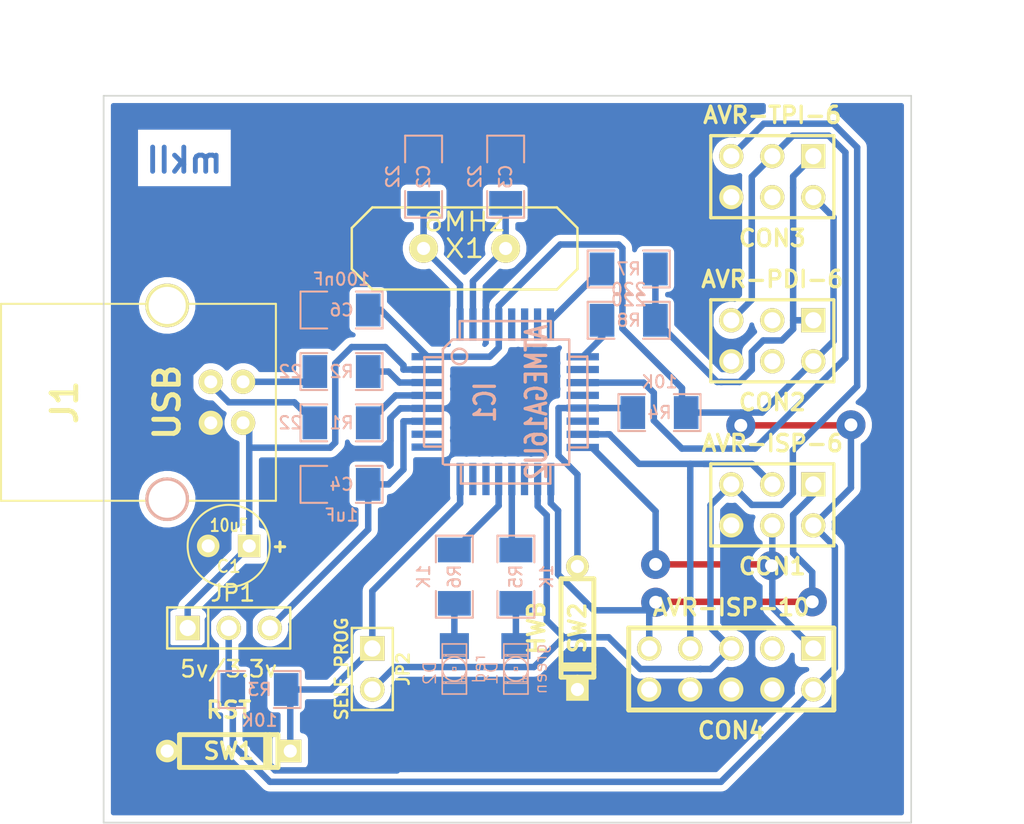
<source format=kicad_pcb>
(kicad_pcb (version 3) (host pcbnew "(2013-07-07 BZR 4022)-stable")

  (general
    (links 66)
    (no_connects 0)
    (area 104.284499 69.300001 171.949999 120.050001)
    (thickness 1.6)
    (drawings 7)
    (tracks 252)
    (zones 0)
    (modules 26)
    (nets 25)
  )

  (page A4)
  (layers
    (15 F.Cu signal)
    (0 B.Cu signal)
    (16 B.Adhes user)
    (17 F.Adhes user)
    (18 B.Paste user)
    (19 F.Paste user)
    (20 B.SilkS user)
    (21 F.SilkS user)
    (22 B.Mask user)
    (23 F.Mask user)
    (24 Dwgs.User user)
    (25 Cmts.User user)
    (26 Eco1.User user)
    (27 Eco2.User user)
    (28 Edge.Cuts user)
  )

  (setup
    (last_trace_width 0.4)
    (trace_clearance 0.3)
    (zone_clearance 0.4)
    (zone_45_only no)
    (trace_min 0.3)
    (segment_width 0.2)
    (edge_width 0.1)
    (via_size 1.8)
    (via_drill 0.8)
    (via_min_size 0.889)
    (via_min_drill 0.508)
    (uvia_size 0.508)
    (uvia_drill 0.127)
    (uvias_allowed no)
    (uvia_min_size 0.508)
    (uvia_min_drill 0.127)
    (pcb_text_width 0.3)
    (pcb_text_size 1.5 1.5)
    (mod_edge_width 0.15)
    (mod_text_size 1 1)
    (mod_text_width 0.15)
    (pad_size 2.7 2.7)
    (pad_drill 2.3)
    (pad_to_mask_clearance 0)
    (aux_axis_origin 0 0)
    (visible_elements 7FFFFFFF)
    (pcbplotparams
      (layerselection 418414593)
      (usegerberextensions false)
      (excludeedgelayer true)
      (linewidth 0.150000)
      (plotframeref false)
      (viasonmask false)
      (mode 1)
      (useauxorigin false)
      (hpglpennumber 1)
      (hpglpenspeed 20)
      (hpglpendiameter 15)
      (hpglpenoverlay 2)
      (psnegative false)
      (psa4output false)
      (plotreference true)
      (plotvalue true)
      (plotothertext true)
      (plotinvisibletext false)
      (padsonsilk false)
      (subtractmaskfromsilk false)
      (outputformat 2)
      (mirror false)
      (drillshape 0)
      (scaleselection 1)
      (outputdirectory ""))
  )

  (net 0 "")
  (net 1 GND)
  (net 2 IO_C)
  (net 3 IO_D)
  (net 4 MISO)
  (net 5 MOSI)
  (net 6 N-000001)
  (net 7 N-0000010)
  (net 8 N-0000011)
  (net 9 N-0000012)
  (net 10 N-0000013)
  (net 11 N-0000016)
  (net 12 N-0000017)
  (net 13 N-000002)
  (net 14 N-0000021)
  (net 15 N-0000022)
  (net 16 N-000003)
  (net 17 N-000004)
  (net 18 N-000005)
  (net 19 N-000006)
  (net 20 RST)
  (net 21 SCK)
  (net 22 UCAP)
  (net 23 VBUS)
  (net 24 VCC)

  (net_class Default "This is the default net class."
    (clearance 0.3)
    (trace_width 0.4)
    (via_dia 1.8)
    (via_drill 0.8)
    (uvia_dia 0.508)
    (uvia_drill 0.127)
    (add_net "")
    (add_net GND)
    (add_net IO_C)
    (add_net IO_D)
    (add_net MISO)
    (add_net MOSI)
    (add_net N-000001)
    (add_net N-0000010)
    (add_net N-0000011)
    (add_net N-0000012)
    (add_net N-0000013)
    (add_net N-0000016)
    (add_net N-0000017)
    (add_net N-000002)
    (add_net N-0000021)
    (add_net N-0000022)
    (add_net N-000003)
    (add_net N-000004)
    (add_net N-000005)
    (add_net N-000006)
    (add_net RST)
    (add_net SCK)
    (add_net UCAP)
    (add_net VBUS)
    (add_net VCC)
  )

  (module USB_B (layer F.Cu) (tedit 549CC9FB) (tstamp 549CBBC7)
    (at 114.935 93.98 270)
    (tags USB)
    (path /5499EEED)
    (fp_text reference J1 (at 0 6.35 270) (layer F.SilkS)
      (effects (font (size 1.524 1.524) (thickness 0.3048)))
    )
    (fp_text value USB (at 0 0 270) (layer F.SilkS)
      (effects (font (size 1.524 1.524) (thickness 0.3048)))
    )
    (fp_line (start -6.096 10.287) (end 6.096 10.287) (layer F.SilkS) (width 0.127))
    (fp_line (start 6.096 10.287) (end 6.096 -6.731) (layer F.SilkS) (width 0.127))
    (fp_line (start 6.096 -6.731) (end -6.096 -6.731) (layer F.SilkS) (width 0.127))
    (fp_line (start -6.096 -6.731) (end -6.096 10.287) (layer F.SilkS) (width 0.127))
    (pad 1 thru_hole circle (at 1.27 -4.699 270) (size 1.5 1.5) (drill 0.8)
      (layers *.Cu *.Mask F.SilkS)
      (net 23 VBUS)
    )
    (pad 2 thru_hole circle (at -1.27 -4.699 270) (size 1.5 1.5) (drill 0.8)
      (layers *.Cu *.Mask F.SilkS)
      (net 7 N-0000010)
    )
    (pad 3 thru_hole circle (at -1.27 -2.70002 270) (size 1.5 1.5) (drill 0.8)
      (layers *.Cu *.Mask F.SilkS)
      (net 8 N-0000011)
    )
    (pad 4 thru_hole circle (at 1.27 -2.70002 270) (size 1.5 1.5) (drill 0.8)
      (layers *.Cu *.Mask F.SilkS)
      (net 1 GND)
    )
    (pad "" np_thru_hole circle (at 5.99948 0 270) (size 2.7 2.7) (drill 2.3)
      (layers *.Cu *.SilkS *.Mask)
    )
    (pad "" np_thru_hole circle (at -5.99948 0 270) (size 2.7 2.7) (drill 2.3)
      (layers *.Cu *.Mask F.SilkS)
    )
    (model connectors/USB_type_B.wrl
      (at (xyz 0 0 0.001))
      (scale (xyz 0.3937 0.3937 0.3937))
      (rotate (xyz 0 0 0))
    )
  )

  (module TQFP32 (layer B.Cu) (tedit 43A670DA) (tstamp 549CBBFD)
    (at 135.89 93.98 270)
    (path /5499EEDE)
    (fp_text reference IC1 (at 0 1.27 270) (layer B.SilkS)
      (effects (font (size 1.27 1.016) (thickness 0.2032)) (justify mirror))
    )
    (fp_text value ATMEGA16U2 (at 0 -1.905 270) (layer B.SilkS)
      (effects (font (size 1.27 1.016) (thickness 0.2032)) (justify mirror))
    )
    (fp_line (start 5.0292 -2.7686) (end 3.8862 -2.7686) (layer B.SilkS) (width 0.1524))
    (fp_line (start 5.0292 2.7686) (end 3.9116 2.7686) (layer B.SilkS) (width 0.1524))
    (fp_line (start 5.0292 -2.7686) (end 5.0292 2.7686) (layer B.SilkS) (width 0.1524))
    (fp_line (start 2.794 -3.9624) (end 2.794 -5.0546) (layer B.SilkS) (width 0.1524))
    (fp_line (start -2.8194 -3.9878) (end -2.8194 -5.0546) (layer B.SilkS) (width 0.1524))
    (fp_line (start -2.8448 -5.0546) (end 2.794 -5.08) (layer B.SilkS) (width 0.1524))
    (fp_line (start -2.794 5.0292) (end 2.7178 5.0546) (layer B.SilkS) (width 0.1524))
    (fp_line (start -3.8862 3.2766) (end -3.8862 -3.9116) (layer B.SilkS) (width 0.1524))
    (fp_line (start 2.7432 5.0292) (end 2.7432 3.9878) (layer B.SilkS) (width 0.1524))
    (fp_line (start -3.2512 3.8862) (end 3.81 3.8862) (layer B.SilkS) (width 0.1524))
    (fp_line (start 3.8608 -3.937) (end 3.8608 3.7846) (layer B.SilkS) (width 0.1524))
    (fp_line (start -3.8862 -3.937) (end 3.7338 -3.937) (layer B.SilkS) (width 0.1524))
    (fp_line (start -5.0292 2.8448) (end -5.0292 -2.794) (layer B.SilkS) (width 0.1524))
    (fp_line (start -5.0292 -2.794) (end -3.8862 -2.794) (layer B.SilkS) (width 0.1524))
    (fp_line (start -3.87604 3.302) (end -3.29184 3.8862) (layer B.SilkS) (width 0.1524))
    (fp_line (start -5.02412 2.8448) (end -3.87604 2.8448) (layer B.SilkS) (width 0.1524))
    (fp_line (start -2.794 3.8862) (end -2.794 5.03428) (layer B.SilkS) (width 0.1524))
    (fp_circle (center -2.83972 2.86004) (end -2.43332 2.60604) (layer B.SilkS) (width 0.1524))
    (pad 8 smd rect (at -4.81584 -2.77622 270) (size 1.99898 0.44958)
      (layers B.Cu B.Paste B.Mask)
      (net 17 N-000004)
    )
    (pad 7 smd rect (at -4.81584 -1.97612 270) (size 1.99898 0.44958)
      (layers B.Cu B.Paste B.Mask)
    )
    (pad 6 smd rect (at -4.81584 -1.17602 270) (size 1.99898 0.44958)
      (layers B.Cu B.Paste B.Mask)
    )
    (pad 5 smd rect (at -4.81584 -0.37592 270) (size 1.99898 0.44958)
      (layers B.Cu B.Paste B.Mask)
    )
    (pad 4 smd rect (at -4.81584 0.42418 270) (size 1.99898 0.44958)
      (layers B.Cu B.Paste B.Mask)
      (net 24 VCC)
    )
    (pad 3 smd rect (at -4.81584 1.22428 270) (size 1.99898 0.44958)
      (layers B.Cu B.Paste B.Mask)
      (net 1 GND)
    )
    (pad 2 smd rect (at -4.81584 2.02438 270) (size 1.99898 0.44958)
      (layers B.Cu B.Paste B.Mask)
      (net 15 N-0000022)
    )
    (pad 1 smd rect (at -4.81584 2.82448 270) (size 1.99898 0.44958)
      (layers B.Cu B.Paste B.Mask)
      (net 14 N-0000021)
    )
    (pad 24 smd rect (at 4.7498 2.8194 270) (size 1.99898 0.44958)
      (layers B.Cu B.Paste B.Mask)
      (net 11 N-0000016)
    )
    (pad 17 smd rect (at 4.7498 -2.794 270) (size 1.99898 0.44958)
      (layers B.Cu B.Paste B.Mask)
      (net 4 MISO)
    )
    (pad 18 smd rect (at 4.7498 -1.9812 270) (size 1.99898 0.44958)
      (layers B.Cu B.Paste B.Mask)
      (net 20 RST)
    )
    (pad 19 smd rect (at 4.7498 -1.1684 270) (size 1.99898 0.44958)
      (layers B.Cu B.Paste B.Mask)
    )
    (pad 20 smd rect (at 4.7498 -0.381 270) (size 1.99898 0.44958)
      (layers B.Cu B.Paste B.Mask)
      (net 13 N-000002)
    )
    (pad 21 smd rect (at 4.7498 0.4318 270) (size 1.99898 0.44958)
      (layers B.Cu B.Paste B.Mask)
      (net 6 N-000001)
    )
    (pad 22 smd rect (at 4.7498 1.2192 270) (size 1.99898 0.44958)
      (layers B.Cu B.Paste B.Mask)
    )
    (pad 23 smd rect (at 4.7498 2.032 270) (size 1.99898 0.44958)
      (layers B.Cu B.Paste B.Mask)
    )
    (pad 32 smd rect (at -2.82448 4.826 270) (size 0.44958 1.99898)
      (layers B.Cu B.Paste B.Mask)
      (net 24 VCC)
    )
    (pad 31 smd rect (at -2.02692 4.826 270) (size 0.44958 1.99898)
      (layers B.Cu B.Paste B.Mask)
      (net 23 VBUS)
    )
    (pad 30 smd rect (at -1.22428 4.826 270) (size 0.44958 1.99898)
      (layers B.Cu B.Paste B.Mask)
      (net 9 N-0000012)
    )
    (pad 29 smd rect (at -0.42672 4.826 270) (size 0.44958 1.99898)
      (layers B.Cu B.Paste B.Mask)
      (net 10 N-0000013)
    )
    (pad 28 smd rect (at 0.37592 4.826 270) (size 0.44958 1.99898)
      (layers B.Cu B.Paste B.Mask)
      (net 1 GND)
    )
    (pad 27 smd rect (at 1.17348 4.826 270) (size 0.44958 1.99898)
      (layers B.Cu B.Paste B.Mask)
      (net 22 UCAP)
    )
    (pad 26 smd rect (at 1.97612 4.826 270) (size 0.44958 1.99898)
      (layers B.Cu B.Paste B.Mask)
    )
    (pad 25 smd rect (at 2.77368 4.826 270) (size 0.44958 1.99898)
      (layers B.Cu B.Paste B.Mask)
    )
    (pad 9 smd rect (at -2.8194 -4.7752 270) (size 0.44958 1.99898)
      (layers B.Cu B.Paste B.Mask)
      (net 16 N-000003)
    )
    (pad 10 smd rect (at -2.032 -4.7752 270) (size 0.44958 1.99898)
      (layers B.Cu B.Paste B.Mask)
    )
    (pad 11 smd rect (at -1.2192 -4.7752 270) (size 0.44958 1.99898)
      (layers B.Cu B.Paste B.Mask)
      (net 2 IO_C)
    )
    (pad 12 smd rect (at -0.4318 -4.7752 270) (size 0.44958 1.99898)
      (layers B.Cu B.Paste B.Mask)
    )
    (pad 13 smd rect (at 0.3556 -4.7752 270) (size 0.44958 1.99898)
      (layers B.Cu B.Paste B.Mask)
      (net 12 N-0000017)
    )
    (pad 14 smd rect (at 1.1684 -4.7752 270) (size 0.44958 1.99898)
      (layers B.Cu B.Paste B.Mask)
    )
    (pad 15 smd rect (at 1.9812 -4.7752 270) (size 0.44958 1.99898)
      (layers B.Cu B.Paste B.Mask)
      (net 21 SCK)
    )
    (pad 16 smd rect (at 2.794 -4.7752 270) (size 0.44958 1.99898)
      (layers B.Cu B.Paste B.Mask)
      (net 5 MOSI)
    )
    (model smd/tqfp32.wrl
      (at (xyz 0 0 0))
      (scale (xyz 1 1 1))
      (rotate (xyz 0 0 0))
    )
  )

  (module SM1206 (layer B.Cu) (tedit 549CC149) (tstamp 549CBC09)
    (at 143.51 85.725)
    (path /549BF712)
    (attr smd)
    (fp_text reference R7 (at 0 0) (layer B.SilkS)
      (effects (font (size 0.762 0.762) (thickness 0.127)) (justify mirror))
    )
    (fp_text value 220 (at 0 1.905) (layer B.SilkS)
      (effects (font (size 0.762 0.762) (thickness 0.127)) (justify mirror))
    )
    (fp_line (start -2.54 1.143) (end -2.54 -1.143) (layer B.SilkS) (width 0.127))
    (fp_line (start -2.54 -1.143) (end -0.889 -1.143) (layer B.SilkS) (width 0.127))
    (fp_line (start 0.889 1.143) (end 2.54 1.143) (layer B.SilkS) (width 0.127))
    (fp_line (start 2.54 1.143) (end 2.54 -1.143) (layer B.SilkS) (width 0.127))
    (fp_line (start 2.54 -1.143) (end 0.889 -1.143) (layer B.SilkS) (width 0.127))
    (fp_line (start -0.889 1.143) (end -2.54 1.143) (layer B.SilkS) (width 0.127))
    (pad 1 smd rect (at -1.651 0) (size 1.524 2.032)
      (layers B.Cu B.Paste B.Mask)
      (net 17 N-000004)
    )
    (pad 2 smd rect (at 1.651 0) (size 1.524 2.032)
      (layers B.Cu B.Paste B.Mask)
      (net 3 IO_D)
    )
    (model smd/chip_cms.wrl
      (at (xyz 0 0 0))
      (scale (xyz 0.17 0.16 0.16))
      (rotate (xyz 0 0 0))
    )
  )

  (module SM1206 (layer B.Cu) (tedit 549CC0F6) (tstamp 549CBC15)
    (at 145.415 94.615)
    (path /549C0542)
    (attr smd)
    (fp_text reference R4 (at 0 0) (layer B.SilkS)
      (effects (font (size 0.762 0.762) (thickness 0.127)) (justify mirror))
    )
    (fp_text value 10K (at 0 -1.905) (layer B.SilkS)
      (effects (font (size 0.762 0.762) (thickness 0.127)) (justify mirror))
    )
    (fp_line (start -2.54 1.143) (end -2.54 -1.143) (layer B.SilkS) (width 0.127))
    (fp_line (start -2.54 -1.143) (end -0.889 -1.143) (layer B.SilkS) (width 0.127))
    (fp_line (start 0.889 1.143) (end 2.54 1.143) (layer B.SilkS) (width 0.127))
    (fp_line (start 2.54 1.143) (end 2.54 -1.143) (layer B.SilkS) (width 0.127))
    (fp_line (start 2.54 -1.143) (end 0.889 -1.143) (layer B.SilkS) (width 0.127))
    (fp_line (start -0.889 1.143) (end -2.54 1.143) (layer B.SilkS) (width 0.127))
    (pad 1 smd rect (at -1.651 0) (size 1.524 2.032)
      (layers B.Cu B.Paste B.Mask)
      (net 12 N-0000017)
    )
    (pad 2 smd rect (at 1.651 0) (size 1.524 2.032)
      (layers B.Cu B.Paste B.Mask)
      (net 24 VCC)
    )
    (model smd/chip_cms.wrl
      (at (xyz 0 0 0))
      (scale (xyz 0.17 0.16 0.16))
      (rotate (xyz 0 0 0))
    )
  )

  (module SM1206 (layer B.Cu) (tedit 549CC1CC) (tstamp 549CBC21)
    (at 136.525 104.775 270)
    (path /549BF78E)
    (attr smd)
    (fp_text reference R5 (at 0 0 270) (layer B.SilkS)
      (effects (font (size 0.762 0.762) (thickness 0.127)) (justify mirror))
    )
    (fp_text value 1K (at 0 -1.905 270) (layer B.SilkS)
      (effects (font (size 0.762 0.762) (thickness 0.127)) (justify mirror))
    )
    (fp_line (start -2.54 1.143) (end -2.54 -1.143) (layer B.SilkS) (width 0.127))
    (fp_line (start -2.54 -1.143) (end -0.889 -1.143) (layer B.SilkS) (width 0.127))
    (fp_line (start 0.889 1.143) (end 2.54 1.143) (layer B.SilkS) (width 0.127))
    (fp_line (start 2.54 1.143) (end 2.54 -1.143) (layer B.SilkS) (width 0.127))
    (fp_line (start 2.54 -1.143) (end 0.889 -1.143) (layer B.SilkS) (width 0.127))
    (fp_line (start -0.889 1.143) (end -2.54 1.143) (layer B.SilkS) (width 0.127))
    (pad 1 smd rect (at -1.651 0 270) (size 1.524 2.032)
      (layers B.Cu B.Paste B.Mask)
      (net 13 N-000002)
    )
    (pad 2 smd rect (at 1.651 0 270) (size 1.524 2.032)
      (layers B.Cu B.Paste B.Mask)
      (net 19 N-000006)
    )
    (model smd/chip_cms.wrl
      (at (xyz 0 0 0))
      (scale (xyz 0.17 0.16 0.16))
      (rotate (xyz 0 0 0))
    )
  )

  (module SM1206 (layer B.Cu) (tedit 549CC1D9) (tstamp 549CBC2D)
    (at 132.715 104.775 270)
    (path /549BF788)
    (attr smd)
    (fp_text reference R6 (at 0 0 270) (layer B.SilkS)
      (effects (font (size 0.762 0.762) (thickness 0.127)) (justify mirror))
    )
    (fp_text value 1K (at 0 1.905 270) (layer B.SilkS)
      (effects (font (size 0.762 0.762) (thickness 0.127)) (justify mirror))
    )
    (fp_line (start -2.54 1.143) (end -2.54 -1.143) (layer B.SilkS) (width 0.127))
    (fp_line (start -2.54 -1.143) (end -0.889 -1.143) (layer B.SilkS) (width 0.127))
    (fp_line (start 0.889 1.143) (end 2.54 1.143) (layer B.SilkS) (width 0.127))
    (fp_line (start 2.54 1.143) (end 2.54 -1.143) (layer B.SilkS) (width 0.127))
    (fp_line (start 2.54 -1.143) (end 0.889 -1.143) (layer B.SilkS) (width 0.127))
    (fp_line (start -0.889 1.143) (end -2.54 1.143) (layer B.SilkS) (width 0.127))
    (pad 1 smd rect (at -1.651 0 270) (size 1.524 2.032)
      (layers B.Cu B.Paste B.Mask)
      (net 6 N-000001)
    )
    (pad 2 smd rect (at 1.651 0 270) (size 1.524 2.032)
      (layers B.Cu B.Paste B.Mask)
      (net 18 N-000005)
    )
    (model smd/chip_cms.wrl
      (at (xyz 0 0 0))
      (scale (xyz 0.17 0.16 0.16))
      (rotate (xyz 0 0 0))
    )
  )

  (module SM1206 (layer B.Cu) (tedit 549CC157) (tstamp 549CBC39)
    (at 143.51 88.9)
    (path /549BF700)
    (attr smd)
    (fp_text reference R8 (at 0 0) (layer B.SilkS)
      (effects (font (size 0.762 0.762) (thickness 0.127)) (justify mirror))
    )
    (fp_text value 220 (at 0 -1.905) (layer B.SilkS)
      (effects (font (size 0.762 0.762) (thickness 0.127)) (justify mirror))
    )
    (fp_line (start -2.54 1.143) (end -2.54 -1.143) (layer B.SilkS) (width 0.127))
    (fp_line (start -2.54 -1.143) (end -0.889 -1.143) (layer B.SilkS) (width 0.127))
    (fp_line (start 0.889 1.143) (end 2.54 1.143) (layer B.SilkS) (width 0.127))
    (fp_line (start 2.54 1.143) (end 2.54 -1.143) (layer B.SilkS) (width 0.127))
    (fp_line (start 2.54 -1.143) (end 0.889 -1.143) (layer B.SilkS) (width 0.127))
    (fp_line (start -0.889 1.143) (end -2.54 1.143) (layer B.SilkS) (width 0.127))
    (pad 1 smd rect (at -1.651 0) (size 1.524 2.032)
      (layers B.Cu B.Paste B.Mask)
      (net 16 N-000003)
    )
    (pad 2 smd rect (at 1.651 0) (size 1.524 2.032)
      (layers B.Cu B.Paste B.Mask)
      (net 3 IO_D)
    )
    (model smd/chip_cms.wrl
      (at (xyz 0 0 0))
      (scale (xyz 0.17 0.16 0.16))
      (rotate (xyz 0 0 0))
    )
  )

  (module SM1206 (layer B.Cu) (tedit 549CC0E6) (tstamp 549CBC45)
    (at 120.65 111.76 180)
    (path /549A1252)
    (attr smd)
    (fp_text reference R3 (at 0 0 180) (layer B.SilkS)
      (effects (font (size 0.762 0.762) (thickness 0.127)) (justify mirror))
    )
    (fp_text value 10K (at 0 -1.905 180) (layer B.SilkS)
      (effects (font (size 0.762 0.762) (thickness 0.127)) (justify mirror))
    )
    (fp_line (start -2.54 1.143) (end -2.54 -1.143) (layer B.SilkS) (width 0.127))
    (fp_line (start -2.54 -1.143) (end -0.889 -1.143) (layer B.SilkS) (width 0.127))
    (fp_line (start 0.889 1.143) (end 2.54 1.143) (layer B.SilkS) (width 0.127))
    (fp_line (start 2.54 1.143) (end 2.54 -1.143) (layer B.SilkS) (width 0.127))
    (fp_line (start 2.54 -1.143) (end 0.889 -1.143) (layer B.SilkS) (width 0.127))
    (fp_line (start -0.889 1.143) (end -2.54 1.143) (layer B.SilkS) (width 0.127))
    (pad 1 smd rect (at -1.651 0 180) (size 1.524 2.032)
      (layers B.Cu B.Paste B.Mask)
      (net 11 N-0000016)
    )
    (pad 2 smd rect (at 1.651 0 180) (size 1.524 2.032)
      (layers B.Cu B.Paste B.Mask)
      (net 24 VCC)
    )
    (model smd/chip_cms.wrl
      (at (xyz 0 0 0))
      (scale (xyz 0.17 0.16 0.16))
      (rotate (xyz 0 0 0))
    )
  )

  (module SM1206 (layer B.Cu) (tedit 549CC18A) (tstamp 549CBC51)
    (at 125.73 88.265 180)
    (path /549A0F97)
    (attr smd)
    (fp_text reference C6 (at 0 0 180) (layer B.SilkS)
      (effects (font (size 0.762 0.762) (thickness 0.127)) (justify mirror))
    )
    (fp_text value 100nF (at 0 1.905 180) (layer B.SilkS)
      (effects (font (size 0.762 0.762) (thickness 0.127)) (justify mirror))
    )
    (fp_line (start -2.54 1.143) (end -2.54 -1.143) (layer B.SilkS) (width 0.127))
    (fp_line (start -2.54 -1.143) (end -0.889 -1.143) (layer B.SilkS) (width 0.127))
    (fp_line (start 0.889 1.143) (end 2.54 1.143) (layer B.SilkS) (width 0.127))
    (fp_line (start 2.54 1.143) (end 2.54 -1.143) (layer B.SilkS) (width 0.127))
    (fp_line (start 2.54 -1.143) (end 0.889 -1.143) (layer B.SilkS) (width 0.127))
    (fp_line (start -0.889 1.143) (end -2.54 1.143) (layer B.SilkS) (width 0.127))
    (pad 1 smd rect (at -1.651 0 180) (size 1.524 2.032)
      (layers B.Cu B.Paste B.Mask)
      (net 24 VCC)
    )
    (pad 2 smd rect (at 1.651 0 180) (size 1.524 2.032)
      (layers B.Cu B.Paste B.Mask)
      (net 1 GND)
    )
    (model smd/chip_cms.wrl
      (at (xyz 0 0 0))
      (scale (xyz 0.17 0.16 0.16))
      (rotate (xyz 0 0 0))
    )
  )

  (module SM1206 (layer B.Cu) (tedit 549CC128) (tstamp 549CBC5D)
    (at 135.89 80.01 270)
    (path /5499F9B9)
    (attr smd)
    (fp_text reference C3 (at 0 0 270) (layer B.SilkS)
      (effects (font (size 0.762 0.762) (thickness 0.127)) (justify mirror))
    )
    (fp_text value 22 (at 0 1.905 270) (layer B.SilkS)
      (effects (font (size 0.762 0.762) (thickness 0.127)) (justify mirror))
    )
    (fp_line (start -2.54 1.143) (end -2.54 -1.143) (layer B.SilkS) (width 0.127))
    (fp_line (start -2.54 -1.143) (end -0.889 -1.143) (layer B.SilkS) (width 0.127))
    (fp_line (start 0.889 1.143) (end 2.54 1.143) (layer B.SilkS) (width 0.127))
    (fp_line (start 2.54 1.143) (end 2.54 -1.143) (layer B.SilkS) (width 0.127))
    (fp_line (start 2.54 -1.143) (end 0.889 -1.143) (layer B.SilkS) (width 0.127))
    (fp_line (start -0.889 1.143) (end -2.54 1.143) (layer B.SilkS) (width 0.127))
    (pad 1 smd rect (at -1.651 0 270) (size 1.524 2.032)
      (layers B.Cu B.Paste B.Mask)
      (net 1 GND)
    )
    (pad 2 smd rect (at 1.651 0 270) (size 1.524 2.032)
      (layers B.Cu B.Paste B.Mask)
      (net 15 N-0000022)
    )
    (model smd/chip_cms.wrl
      (at (xyz 0 0 0))
      (scale (xyz 0.17 0.16 0.16))
      (rotate (xyz 0 0 0))
    )
  )

  (module SM1206 (layer B.Cu) (tedit 549CC17D) (tstamp 549CBC69)
    (at 125.73 99.06)
    (path /5499FB3F)
    (attr smd)
    (fp_text reference C4 (at 0 0) (layer B.SilkS)
      (effects (font (size 0.762 0.762) (thickness 0.127)) (justify mirror))
    )
    (fp_text value 1uF (at 0 1.905) (layer B.SilkS)
      (effects (font (size 0.762 0.762) (thickness 0.127)) (justify mirror))
    )
    (fp_line (start -2.54 1.143) (end -2.54 -1.143) (layer B.SilkS) (width 0.127))
    (fp_line (start -2.54 -1.143) (end -0.889 -1.143) (layer B.SilkS) (width 0.127))
    (fp_line (start 0.889 1.143) (end 2.54 1.143) (layer B.SilkS) (width 0.127))
    (fp_line (start 2.54 1.143) (end 2.54 -1.143) (layer B.SilkS) (width 0.127))
    (fp_line (start 2.54 -1.143) (end 0.889 -1.143) (layer B.SilkS) (width 0.127))
    (fp_line (start -0.889 1.143) (end -2.54 1.143) (layer B.SilkS) (width 0.127))
    (pad 1 smd rect (at -1.651 0) (size 1.524 2.032)
      (layers B.Cu B.Paste B.Mask)
      (net 1 GND)
    )
    (pad 2 smd rect (at 1.651 0) (size 1.524 2.032)
      (layers B.Cu B.Paste B.Mask)
      (net 22 UCAP)
    )
    (model smd/chip_cms.wrl
      (at (xyz 0 0 0))
      (scale (xyz 0.17 0.16 0.16))
      (rotate (xyz 0 0 0))
    )
  )

  (module SM1206 (layer B.Cu) (tedit 549CC117) (tstamp 549CBC75)
    (at 130.81 80.01 270)
    (path /5499F9AA)
    (attr smd)
    (fp_text reference C2 (at 0 0 270) (layer B.SilkS)
      (effects (font (size 0.762 0.762) (thickness 0.127)) (justify mirror))
    )
    (fp_text value 22 (at 0 1.905 270) (layer B.SilkS)
      (effects (font (size 0.762 0.762) (thickness 0.127)) (justify mirror))
    )
    (fp_line (start -2.54 1.143) (end -2.54 -1.143) (layer B.SilkS) (width 0.127))
    (fp_line (start -2.54 -1.143) (end -0.889 -1.143) (layer B.SilkS) (width 0.127))
    (fp_line (start 0.889 1.143) (end 2.54 1.143) (layer B.SilkS) (width 0.127))
    (fp_line (start 2.54 1.143) (end 2.54 -1.143) (layer B.SilkS) (width 0.127))
    (fp_line (start 2.54 -1.143) (end 0.889 -1.143) (layer B.SilkS) (width 0.127))
    (fp_line (start -0.889 1.143) (end -2.54 1.143) (layer B.SilkS) (width 0.127))
    (pad 1 smd rect (at -1.651 0 270) (size 1.524 2.032)
      (layers B.Cu B.Paste B.Mask)
      (net 1 GND)
    )
    (pad 2 smd rect (at 1.651 0 270) (size 1.524 2.032)
      (layers B.Cu B.Paste B.Mask)
      (net 14 N-0000021)
    )
    (model smd/chip_cms.wrl
      (at (xyz 0 0 0))
      (scale (xyz 0.17 0.16 0.16))
      (rotate (xyz 0 0 0))
    )
  )

  (module SM1206 (layer B.Cu) (tedit 549CC19D) (tstamp 549CBC81)
    (at 125.73 92.075 180)
    (path /5499F856)
    (attr smd)
    (fp_text reference R2 (at 0 0 180) (layer B.SilkS)
      (effects (font (size 0.762 0.762) (thickness 0.127)) (justify mirror))
    )
    (fp_text value 22 (at 3.175 0 180) (layer B.SilkS)
      (effects (font (size 0.762 0.762) (thickness 0.127)) (justify mirror))
    )
    (fp_line (start -2.54 1.143) (end -2.54 -1.143) (layer B.SilkS) (width 0.127))
    (fp_line (start -2.54 -1.143) (end -0.889 -1.143) (layer B.SilkS) (width 0.127))
    (fp_line (start 0.889 1.143) (end 2.54 1.143) (layer B.SilkS) (width 0.127))
    (fp_line (start 2.54 1.143) (end 2.54 -1.143) (layer B.SilkS) (width 0.127))
    (fp_line (start 2.54 -1.143) (end 0.889 -1.143) (layer B.SilkS) (width 0.127))
    (fp_line (start -0.889 1.143) (end -2.54 1.143) (layer B.SilkS) (width 0.127))
    (pad 1 smd rect (at -1.651 0 180) (size 1.524 2.032)
      (layers B.Cu B.Paste B.Mask)
      (net 9 N-0000012)
    )
    (pad 2 smd rect (at 1.651 0 180) (size 1.524 2.032)
      (layers B.Cu B.Paste B.Mask)
      (net 7 N-0000010)
    )
    (model smd/chip_cms.wrl
      (at (xyz 0 0 0))
      (scale (xyz 0.17 0.16 0.16))
      (rotate (xyz 0 0 0))
    )
  )

  (module SM1206 (layer B.Cu) (tedit 549CC1AC) (tstamp 549CBC8D)
    (at 125.73 95.25)
    (path /5499F844)
    (attr smd)
    (fp_text reference R1 (at 0 0) (layer B.SilkS)
      (effects (font (size 0.762 0.762) (thickness 0.127)) (justify mirror))
    )
    (fp_text value 22 (at -3.175 0) (layer B.SilkS)
      (effects (font (size 0.762 0.762) (thickness 0.127)) (justify mirror))
    )
    (fp_line (start -2.54 1.143) (end -2.54 -1.143) (layer B.SilkS) (width 0.127))
    (fp_line (start -2.54 -1.143) (end -0.889 -1.143) (layer B.SilkS) (width 0.127))
    (fp_line (start 0.889 1.143) (end 2.54 1.143) (layer B.SilkS) (width 0.127))
    (fp_line (start 2.54 1.143) (end 2.54 -1.143) (layer B.SilkS) (width 0.127))
    (fp_line (start 2.54 -1.143) (end 0.889 -1.143) (layer B.SilkS) (width 0.127))
    (fp_line (start -0.889 1.143) (end -2.54 1.143) (layer B.SilkS) (width 0.127))
    (pad 1 smd rect (at -1.651 0) (size 1.524 2.032)
      (layers B.Cu B.Paste B.Mask)
      (net 8 N-0000011)
    )
    (pad 2 smd rect (at 1.651 0) (size 1.524 2.032)
      (layers B.Cu B.Paste B.Mask)
      (net 10 N-0000013)
    )
    (model smd/chip_cms.wrl
      (at (xyz 0 0 0))
      (scale (xyz 0.17 0.16 0.16))
      (rotate (xyz 0 0 0))
    )
  )

  (module PIN_ARRAY_5x2 (layer F.Cu) (tedit 549CC935) (tstamp 549CBC9F)
    (at 149.86 110.49 180)
    (descr "Double rangee de contacts 2 x 5 pins")
    (tags CONN)
    (path /549C1ADB)
    (fp_text reference CON4 (at 0 -3.81 180) (layer F.SilkS)
      (effects (font (size 1.016 1.016) (thickness 0.2032)))
    )
    (fp_text value AVR-ISP-10 (at 0 3.81 180) (layer F.SilkS)
      (effects (font (size 1.016 1.016) (thickness 0.2032)))
    )
    (fp_line (start -6.35 -2.54) (end 6.35 -2.54) (layer F.SilkS) (width 0.3048))
    (fp_line (start 6.35 -2.54) (end 6.35 2.54) (layer F.SilkS) (width 0.3048))
    (fp_line (start 6.35 2.54) (end -6.35 2.54) (layer F.SilkS) (width 0.3048))
    (fp_line (start -6.35 2.54) (end -6.35 -2.54) (layer F.SilkS) (width 0.3048))
    (pad 1 thru_hole rect (at -5.08 1.27 180) (size 1.5 1.5) (drill 1)
      (layers *.Cu *.Mask F.SilkS)
      (net 5 MOSI)
    )
    (pad 2 thru_hole circle (at -5.08 -1.27 180) (size 1.5 1.5) (drill 1)
      (layers *.Cu *.Mask F.SilkS)
      (net 24 VCC)
    )
    (pad 3 thru_hole circle (at -2.54 1.27 180) (size 1.5 1.5) (drill 1)
      (layers *.Cu *.Mask F.SilkS)
    )
    (pad 4 thru_hole circle (at -2.54 -1.27 180) (size 1.5 1.5) (drill 1)
      (layers *.Cu *.Mask F.SilkS)
      (net 1 GND)
    )
    (pad 5 thru_hole circle (at 0 1.27 180) (size 1.5 1.5) (drill 1)
      (layers *.Cu *.Mask F.SilkS)
      (net 20 RST)
    )
    (pad 6 thru_hole circle (at 0 -1.27 180) (size 1.5 1.5) (drill 1)
      (layers *.Cu *.Mask F.SilkS)
      (net 1 GND)
    )
    (pad 7 thru_hole circle (at 2.54 1.27 180) (size 1.5 1.5) (drill 1)
      (layers *.Cu *.Mask F.SilkS)
      (net 21 SCK)
    )
    (pad 8 thru_hole circle (at 2.54 -1.27 180) (size 1.5 1.5) (drill 1)
      (layers *.Cu *.Mask F.SilkS)
      (net 1 GND)
    )
    (pad 9 thru_hole circle (at 5.08 1.27 180) (size 1.5 1.5) (drill 1)
      (layers *.Cu *.Mask F.SilkS)
      (net 4 MISO)
    )
    (pad 10 thru_hole circle (at 5.08 -1.27 180) (size 1.5 1.5) (drill 1)
      (layers *.Cu *.Mask F.SilkS)
      (net 1 GND)
    )
    (model pin_array/pins_array_5x2.wrl
      (at (xyz 0 0 0))
      (scale (xyz 1 1 1))
      (rotate (xyz 0 0 0))
    )
  )

  (module pin_array_3x2 (layer F.Cu) (tedit 549CC163) (tstamp 549CBCAD)
    (at 152.4 80.01 180)
    (descr "Double rangee de contacts 2 x 4 pins")
    (tags CONN)
    (path /549C1F71)
    (fp_text reference CON3 (at 0 -3.81 180) (layer F.SilkS)
      (effects (font (size 1.016 1.016) (thickness 0.2032)))
    )
    (fp_text value AVR-TPI-6 (at 0 3.81 180) (layer F.SilkS)
      (effects (font (size 1.016 1.016) (thickness 0.2032)))
    )
    (fp_line (start 3.81 2.54) (end -3.81 2.54) (layer F.SilkS) (width 0.2032))
    (fp_line (start -3.81 -2.54) (end 3.81 -2.54) (layer F.SilkS) (width 0.2032))
    (fp_line (start 3.81 -2.54) (end 3.81 2.54) (layer F.SilkS) (width 0.2032))
    (fp_line (start -3.81 2.54) (end -3.81 -2.54) (layer F.SilkS) (width 0.2032))
    (pad 1 thru_hole rect (at -2.54 1.27 180) (size 1.5 1.5) (drill 1)
      (layers *.Cu *.Mask F.SilkS)
      (net 3 IO_D)
    )
    (pad 2 thru_hole circle (at -2.54 -1.27 180) (size 1.5 1.5) (drill 1)
      (layers *.Cu *.Mask F.SilkS)
      (net 24 VCC)
    )
    (pad 3 thru_hole circle (at 0 1.27 180) (size 1.5 1.5) (drill 1)
      (layers *.Cu *.Mask F.SilkS)
      (net 2 IO_C)
    )
    (pad 4 thru_hole circle (at 0 -1.27 180) (size 1.5 1.5) (drill 1)
      (layers *.Cu *.Mask F.SilkS)
    )
    (pad 5 thru_hole circle (at 2.54 1.27 180) (size 1.5 1.5) (drill 1)
      (layers *.Cu *.Mask F.SilkS)
      (net 20 RST)
    )
    (pad 6 thru_hole circle (at 2.54 -1.27 180) (size 1.5 1.5) (drill 1)
      (layers *.Cu *.Mask F.SilkS)
      (net 1 GND)
    )
    (model pin_array/pins_array_3x2.wrl
      (at (xyz 0 0 0))
      (scale (xyz 1 1 1))
      (rotate (xyz 0 0 0))
    )
  )

  (module pin_array_3x2 (layer F.Cu) (tedit 549CBD04) (tstamp 549CBCBB)
    (at 152.4 90.17 180)
    (descr "Double rangee de contacts 2 x 4 pins")
    (tags CONN)
    (path /549C1F62)
    (fp_text reference CON2 (at 0 -3.81 180) (layer F.SilkS)
      (effects (font (size 1.016 1.016) (thickness 0.2032)))
    )
    (fp_text value AVR-PDI-6 (at 0 3.81 180) (layer F.SilkS)
      (effects (font (size 1.016 1.016) (thickness 0.2032)))
    )
    (fp_line (start 3.81 2.54) (end -3.81 2.54) (layer F.SilkS) (width 0.2032))
    (fp_line (start -3.81 -2.54) (end 3.81 -2.54) (layer F.SilkS) (width 0.2032))
    (fp_line (start 3.81 -2.54) (end 3.81 2.54) (layer F.SilkS) (width 0.2032))
    (fp_line (start -3.81 2.54) (end -3.81 -2.54) (layer F.SilkS) (width 0.2032))
    (pad 1 thru_hole rect (at -2.54 1.27 180) (size 1.5 1.5) (drill 1)
      (layers *.Cu *.Mask F.SilkS)
      (net 3 IO_D)
    )
    (pad 2 thru_hole circle (at -2.54 -1.27 180) (size 1.5 1.5) (drill 1)
      (layers *.Cu *.Mask F.SilkS)
      (net 24 VCC)
    )
    (pad 3 thru_hole circle (at 0 1.27 180) (size 1.5 1.5) (drill 1)
      (layers *.Cu *.Mask F.SilkS)
    )
    (pad 4 thru_hole circle (at 0 -1.27 180) (size 1.5 1.5) (drill 1)
      (layers *.Cu *.Mask F.SilkS)
    )
    (pad 5 thru_hole circle (at 2.54 1.27 180) (size 1.5 1.5) (drill 1)
      (layers *.Cu *.Mask F.SilkS)
      (net 2 IO_C)
    )
    (pad 6 thru_hole circle (at 2.54 -1.27 180) (size 1.5 1.5) (drill 1)
      (layers *.Cu *.Mask F.SilkS)
      (net 1 GND)
    )
    (model pin_array/pins_array_3x2.wrl
      (at (xyz 0 0 0))
      (scale (xyz 1 1 1))
      (rotate (xyz 0 0 0))
    )
  )

  (module pin_array_3x2 (layer F.Cu) (tedit 549CC964) (tstamp 549CBCC9)
    (at 152.4 100.33 180)
    (descr "Double rangee de contacts 2 x 4 pins")
    (tags CONN)
    (path /549C1ACC)
    (fp_text reference CON1 (at 0 -3.81 180) (layer F.SilkS)
      (effects (font (size 1.016 1.016) (thickness 0.2032)))
    )
    (fp_text value AVR-ISP-6 (at 0 3.81 180) (layer F.SilkS)
      (effects (font (size 1.016 1.016) (thickness 0.2032)))
    )
    (fp_line (start 3.81 2.54) (end -3.81 2.54) (layer F.SilkS) (width 0.2032))
    (fp_line (start -3.81 -2.54) (end 3.81 -2.54) (layer F.SilkS) (width 0.2032))
    (fp_line (start 3.81 -2.54) (end 3.81 2.54) (layer F.SilkS) (width 0.2032))
    (fp_line (start -3.81 2.54) (end -3.81 -2.54) (layer F.SilkS) (width 0.2032))
    (pad 1 thru_hole rect (at -2.54 1.27 180) (size 1.5 1.5) (drill 1)
      (layers *.Cu *.Mask F.SilkS)
      (net 4 MISO)
    )
    (pad 2 thru_hole circle (at -2.54 -1.27 180) (size 1.5 1.5) (drill 1)
      (layers *.Cu *.Mask F.SilkS)
      (net 24 VCC)
    )
    (pad 3 thru_hole circle (at 0 1.27 180) (size 1.5 1.5) (drill 1)
      (layers *.Cu *.Mask F.SilkS)
      (net 21 SCK)
    )
    (pad 4 thru_hole circle (at 0 -1.27 180) (size 1.5 1.5) (drill 1)
      (layers *.Cu *.Mask F.SilkS)
      (net 5 MOSI)
    )
    (pad 5 thru_hole circle (at 2.54 1.27 180) (size 1.5 1.5) (drill 1)
      (layers *.Cu *.Mask F.SilkS)
      (net 20 RST)
    )
    (pad 6 thru_hole circle (at 2.54 -1.27 180) (size 1.5 1.5) (drill 1)
      (layers *.Cu *.Mask F.SilkS)
      (net 1 GND)
    )
    (model pin_array/pins_array_3x2.wrl
      (at (xyz 0 0 0))
      (scale (xyz 1 1 1))
      (rotate (xyz 0 0 0))
    )
  )

  (module PIN_ARRAY_3X1 (layer F.Cu) (tedit 549CC996) (tstamp 549CBCD5)
    (at 118.745 107.95)
    (descr "Connecteur 3 pins")
    (tags "CONN DEV")
    (path /549C1B66)
    (fp_text reference JP1 (at 0.254 -2.159) (layer F.SilkS)
      (effects (font (size 1.016 1.016) (thickness 0.1524)))
    )
    (fp_text value 5v/3.3v (at 0 2.54) (layer F.SilkS)
      (effects (font (size 1.016 1.016) (thickness 0.1524)))
    )
    (fp_line (start -3.81 1.27) (end -3.81 -1.27) (layer F.SilkS) (width 0.1524))
    (fp_line (start -3.81 -1.27) (end 3.81 -1.27) (layer F.SilkS) (width 0.1524))
    (fp_line (start 3.81 -1.27) (end 3.81 1.27) (layer F.SilkS) (width 0.1524))
    (fp_line (start 3.81 1.27) (end -3.81 1.27) (layer F.SilkS) (width 0.1524))
    (fp_line (start -1.27 -1.27) (end -1.27 1.27) (layer F.SilkS) (width 0.1524))
    (pad 1 thru_hole rect (at -2.54 0) (size 1.5 1.5) (drill 1)
      (layers *.Cu *.Mask F.SilkS)
      (net 23 VBUS)
    )
    (pad 2 thru_hole circle (at 0 0) (size 1.5 1.5) (drill 1)
      (layers *.Cu *.Mask F.SilkS)
      (net 24 VCC)
    )
    (pad 3 thru_hole circle (at 2.54 0) (size 1.5 1.5) (drill 1)
      (layers *.Cu *.Mask F.SilkS)
      (net 22 UCAP)
    )
    (model pin_array/pins_array_3x1.wrl
      (at (xyz 0 0 0))
      (scale (xyz 1 1 1))
      (rotate (xyz 0 0 0))
    )
  )

  (module PIN_ARRAY_2X1 (layer F.Cu) (tedit 549CC091) (tstamp 549CBCDF)
    (at 127.635 110.49 270)
    (descr "Connecteurs 2 pins")
    (tags "CONN DEV")
    (path /549CA83C)
    (fp_text reference JP2 (at 0 -1.905 270) (layer F.SilkS)
      (effects (font (size 0.762 0.762) (thickness 0.1524)))
    )
    (fp_text value SELF_PROG (at 0 1.905 270) (layer F.SilkS)
      (effects (font (size 0.762 0.762) (thickness 0.1524)))
    )
    (fp_line (start -2.54 1.27) (end -2.54 -1.27) (layer F.SilkS) (width 0.1524))
    (fp_line (start -2.54 -1.27) (end 2.54 -1.27) (layer F.SilkS) (width 0.1524))
    (fp_line (start 2.54 -1.27) (end 2.54 1.27) (layer F.SilkS) (width 0.1524))
    (fp_line (start 2.54 1.27) (end -2.54 1.27) (layer F.SilkS) (width 0.1524))
    (pad 1 thru_hole rect (at -1.27 0 270) (size 1.524 1.524) (drill 1.016)
      (layers *.Cu *.Mask F.SilkS)
      (net 11 N-0000016)
    )
    (pad 2 thru_hole circle (at 1.27 0 270) (size 1.524 1.524) (drill 1.016)
      (layers *.Cu *.Mask F.SilkS)
      (net 20 RST)
    )
    (model pin_array/pins_array_2x1.wrl
      (at (xyz 0 0 0))
      (scale (xyz 1 1 1))
      (rotate (xyz 0 0 0))
    )
  )

  (module LED-1206 (layer B.Cu) (tedit 49BFA1FF) (tstamp 549CBD09)
    (at 132.715 110.49 270)
    (descr "LED 1206 smd package")
    (tags "LED1206 SMD")
    (path /549BF7EC)
    (attr smd)
    (fp_text reference D2 (at 0.254 1.524 270) (layer B.SilkS)
      (effects (font (size 0.762 0.762) (thickness 0.0889)) (justify mirror))
    )
    (fp_text value red (at 0 -1.524 270) (layer B.SilkS)
      (effects (font (size 0.762 0.762) (thickness 0.0889)) (justify mirror))
    )
    (fp_line (start -0.09906 -0.09906) (end 0.09906 -0.09906) (layer B.SilkS) (width 0.06604))
    (fp_line (start 0.09906 -0.09906) (end 0.09906 0.09906) (layer B.SilkS) (width 0.06604))
    (fp_line (start -0.09906 0.09906) (end 0.09906 0.09906) (layer B.SilkS) (width 0.06604))
    (fp_line (start -0.09906 -0.09906) (end -0.09906 0.09906) (layer B.SilkS) (width 0.06604))
    (fp_line (start 0.44958 -0.6985) (end 0.79756 -0.6985) (layer B.SilkS) (width 0.06604))
    (fp_line (start 0.79756 -0.6985) (end 0.79756 -0.44958) (layer B.SilkS) (width 0.06604))
    (fp_line (start 0.44958 -0.44958) (end 0.79756 -0.44958) (layer B.SilkS) (width 0.06604))
    (fp_line (start 0.44958 -0.6985) (end 0.44958 -0.44958) (layer B.SilkS) (width 0.06604))
    (fp_line (start 0.79756 -0.6985) (end 0.89916 -0.6985) (layer B.SilkS) (width 0.06604))
    (fp_line (start 0.89916 -0.6985) (end 0.89916 0.49784) (layer B.SilkS) (width 0.06604))
    (fp_line (start 0.79756 0.49784) (end 0.89916 0.49784) (layer B.SilkS) (width 0.06604))
    (fp_line (start 0.79756 -0.6985) (end 0.79756 0.49784) (layer B.SilkS) (width 0.06604))
    (fp_line (start 0.79756 0.54864) (end 0.89916 0.54864) (layer B.SilkS) (width 0.06604))
    (fp_line (start 0.89916 0.54864) (end 0.89916 0.6985) (layer B.SilkS) (width 0.06604))
    (fp_line (start 0.79756 0.6985) (end 0.89916 0.6985) (layer B.SilkS) (width 0.06604))
    (fp_line (start 0.79756 0.54864) (end 0.79756 0.6985) (layer B.SilkS) (width 0.06604))
    (fp_line (start -0.89916 -0.6985) (end -0.79756 -0.6985) (layer B.SilkS) (width 0.06604))
    (fp_line (start -0.79756 -0.6985) (end -0.79756 0.49784) (layer B.SilkS) (width 0.06604))
    (fp_line (start -0.89916 0.49784) (end -0.79756 0.49784) (layer B.SilkS) (width 0.06604))
    (fp_line (start -0.89916 -0.6985) (end -0.89916 0.49784) (layer B.SilkS) (width 0.06604))
    (fp_line (start -0.89916 0.54864) (end -0.79756 0.54864) (layer B.SilkS) (width 0.06604))
    (fp_line (start -0.79756 0.54864) (end -0.79756 0.6985) (layer B.SilkS) (width 0.06604))
    (fp_line (start -0.89916 0.6985) (end -0.79756 0.6985) (layer B.SilkS) (width 0.06604))
    (fp_line (start -0.89916 0.54864) (end -0.89916 0.6985) (layer B.SilkS) (width 0.06604))
    (fp_line (start 0.44958 -0.6985) (end 0.59944 -0.6985) (layer B.SilkS) (width 0.06604))
    (fp_line (start 0.59944 -0.6985) (end 0.59944 -0.44958) (layer B.SilkS) (width 0.06604))
    (fp_line (start 0.44958 -0.44958) (end 0.59944 -0.44958) (layer B.SilkS) (width 0.06604))
    (fp_line (start 0.44958 -0.6985) (end 0.44958 -0.44958) (layer B.SilkS) (width 0.06604))
    (fp_line (start 1.5494 -0.7493) (end -1.5494 -0.7493) (layer B.SilkS) (width 0.1016))
    (fp_line (start -1.5494 -0.7493) (end -1.5494 0.7493) (layer B.SilkS) (width 0.1016))
    (fp_line (start -1.5494 0.7493) (end 1.5494 0.7493) (layer B.SilkS) (width 0.1016))
    (fp_line (start 1.5494 0.7493) (end 1.5494 -0.7493) (layer B.SilkS) (width 0.1016))
    (fp_arc (start 0 0) (end 0.54864 -0.49784) (angle -95.4) (layer B.SilkS) (width 0.1016))
    (fp_arc (start 0 0) (end -0.54864 -0.49784) (angle -84.5) (layer B.SilkS) (width 0.1016))
    (fp_arc (start 0 0) (end -0.54864 0.49784) (angle -95.4) (layer B.SilkS) (width 0.1016))
    (fp_arc (start 0 0) (end 0.54864 0.49784) (angle -84.5) (layer B.SilkS) (width 0.1016))
    (pad 1 smd rect (at -1.41986 0 270) (size 1.59766 1.80086)
      (layers B.Cu B.Paste B.Mask)
      (net 18 N-000005)
    )
    (pad 2 smd rect (at 1.41986 0 270) (size 1.59766 1.80086)
      (layers B.Cu B.Paste B.Mask)
      (net 1 GND)
    )
    (model smd/led_0805.wrl
      (at (xyz 0 0 0))
      (scale (xyz 1 1 1))
      (rotate (xyz 0 0 0))
    )
  )

  (module LED-1206 (layer B.Cu) (tedit 49BFA1FF) (tstamp 549CBD33)
    (at 136.525 110.49 270)
    (descr "LED 1206 smd package")
    (tags "LED1206 SMD")
    (path /549BF7DF)
    (attr smd)
    (fp_text reference D1 (at 0.254 1.524 270) (layer B.SilkS)
      (effects (font (size 0.762 0.762) (thickness 0.0889)) (justify mirror))
    )
    (fp_text value green (at 0 -1.524 270) (layer B.SilkS)
      (effects (font (size 0.762 0.762) (thickness 0.0889)) (justify mirror))
    )
    (fp_line (start -0.09906 -0.09906) (end 0.09906 -0.09906) (layer B.SilkS) (width 0.06604))
    (fp_line (start 0.09906 -0.09906) (end 0.09906 0.09906) (layer B.SilkS) (width 0.06604))
    (fp_line (start -0.09906 0.09906) (end 0.09906 0.09906) (layer B.SilkS) (width 0.06604))
    (fp_line (start -0.09906 -0.09906) (end -0.09906 0.09906) (layer B.SilkS) (width 0.06604))
    (fp_line (start 0.44958 -0.6985) (end 0.79756 -0.6985) (layer B.SilkS) (width 0.06604))
    (fp_line (start 0.79756 -0.6985) (end 0.79756 -0.44958) (layer B.SilkS) (width 0.06604))
    (fp_line (start 0.44958 -0.44958) (end 0.79756 -0.44958) (layer B.SilkS) (width 0.06604))
    (fp_line (start 0.44958 -0.6985) (end 0.44958 -0.44958) (layer B.SilkS) (width 0.06604))
    (fp_line (start 0.79756 -0.6985) (end 0.89916 -0.6985) (layer B.SilkS) (width 0.06604))
    (fp_line (start 0.89916 -0.6985) (end 0.89916 0.49784) (layer B.SilkS) (width 0.06604))
    (fp_line (start 0.79756 0.49784) (end 0.89916 0.49784) (layer B.SilkS) (width 0.06604))
    (fp_line (start 0.79756 -0.6985) (end 0.79756 0.49784) (layer B.SilkS) (width 0.06604))
    (fp_line (start 0.79756 0.54864) (end 0.89916 0.54864) (layer B.SilkS) (width 0.06604))
    (fp_line (start 0.89916 0.54864) (end 0.89916 0.6985) (layer B.SilkS) (width 0.06604))
    (fp_line (start 0.79756 0.6985) (end 0.89916 0.6985) (layer B.SilkS) (width 0.06604))
    (fp_line (start 0.79756 0.54864) (end 0.79756 0.6985) (layer B.SilkS) (width 0.06604))
    (fp_line (start -0.89916 -0.6985) (end -0.79756 -0.6985) (layer B.SilkS) (width 0.06604))
    (fp_line (start -0.79756 -0.6985) (end -0.79756 0.49784) (layer B.SilkS) (width 0.06604))
    (fp_line (start -0.89916 0.49784) (end -0.79756 0.49784) (layer B.SilkS) (width 0.06604))
    (fp_line (start -0.89916 -0.6985) (end -0.89916 0.49784) (layer B.SilkS) (width 0.06604))
    (fp_line (start -0.89916 0.54864) (end -0.79756 0.54864) (layer B.SilkS) (width 0.06604))
    (fp_line (start -0.79756 0.54864) (end -0.79756 0.6985) (layer B.SilkS) (width 0.06604))
    (fp_line (start -0.89916 0.6985) (end -0.79756 0.6985) (layer B.SilkS) (width 0.06604))
    (fp_line (start -0.89916 0.54864) (end -0.89916 0.6985) (layer B.SilkS) (width 0.06604))
    (fp_line (start 0.44958 -0.6985) (end 0.59944 -0.6985) (layer B.SilkS) (width 0.06604))
    (fp_line (start 0.59944 -0.6985) (end 0.59944 -0.44958) (layer B.SilkS) (width 0.06604))
    (fp_line (start 0.44958 -0.44958) (end 0.59944 -0.44958) (layer B.SilkS) (width 0.06604))
    (fp_line (start 0.44958 -0.6985) (end 0.44958 -0.44958) (layer B.SilkS) (width 0.06604))
    (fp_line (start 1.5494 -0.7493) (end -1.5494 -0.7493) (layer B.SilkS) (width 0.1016))
    (fp_line (start -1.5494 -0.7493) (end -1.5494 0.7493) (layer B.SilkS) (width 0.1016))
    (fp_line (start -1.5494 0.7493) (end 1.5494 0.7493) (layer B.SilkS) (width 0.1016))
    (fp_line (start 1.5494 0.7493) (end 1.5494 -0.7493) (layer B.SilkS) (width 0.1016))
    (fp_arc (start 0 0) (end 0.54864 -0.49784) (angle -95.4) (layer B.SilkS) (width 0.1016))
    (fp_arc (start 0 0) (end -0.54864 -0.49784) (angle -84.5) (layer B.SilkS) (width 0.1016))
    (fp_arc (start 0 0) (end -0.54864 0.49784) (angle -95.4) (layer B.SilkS) (width 0.1016))
    (fp_arc (start 0 0) (end 0.54864 0.49784) (angle -84.5) (layer B.SilkS) (width 0.1016))
    (pad 1 smd rect (at -1.41986 0 270) (size 1.59766 1.80086)
      (layers B.Cu B.Paste B.Mask)
      (net 19 N-000006)
    )
    (pad 2 smd rect (at 1.41986 0 270) (size 1.59766 1.80086)
      (layers B.Cu B.Paste B.Mask)
      (net 1 GND)
    )
    (model smd/led_0805.wrl
      (at (xyz 0 0 0))
      (scale (xyz 1 1 1))
      (rotate (xyz 0 0 0))
    )
  )

  (module HC-18UV (layer F.Cu) (tedit 549CC12C) (tstamp 549CBD41)
    (at 133.35 84.455 180)
    (descr "Quartz boitier HC-18U vertical")
    (tags "QUARTZ DEV")
    (path /5499F99B)
    (autoplace_cost180 10)
    (fp_text reference X1 (at 0 0 180) (layer F.SilkS)
      (effects (font (size 1.143 1.27) (thickness 0.1524)))
    )
    (fp_text value 8MHz (at 0 1.651 180) (layer F.SilkS)
      (effects (font (size 1.143 1.27) (thickness 0.1524)))
    )
    (fp_line (start -6.985 -1.27) (end -5.715 -2.54) (layer F.SilkS) (width 0.1524))
    (fp_line (start 5.715 -2.54) (end 6.985 -1.27) (layer F.SilkS) (width 0.1524))
    (fp_line (start 6.985 1.27) (end 5.715 2.54) (layer F.SilkS) (width 0.1524))
    (fp_line (start -6.985 1.27) (end -5.715 2.54) (layer F.SilkS) (width 0.1524))
    (fp_line (start -5.715 -2.54) (end 5.715 -2.54) (layer F.SilkS) (width 0.1524))
    (fp_line (start -6.985 -1.27) (end -6.985 1.27) (layer F.SilkS) (width 0.1524))
    (fp_line (start -5.715 2.54) (end 5.715 2.54) (layer F.SilkS) (width 0.1524))
    (fp_line (start 6.985 1.27) (end 6.985 -1.27) (layer F.SilkS) (width 0.1524))
    (pad 1 thru_hole circle (at -2.54 0 180) (size 1.778 1.778) (drill 0.8128)
      (layers *.Cu *.Mask F.SilkS)
      (net 15 N-0000022)
    )
    (pad 2 thru_hole circle (at 2.54 0 180) (size 1.778 1.778) (drill 0.8128)
      (layers *.Cu *.Mask F.SilkS)
      (net 14 N-0000021)
    )
    (model discret/crystal_hc18u_vertical.wrl
      (at (xyz 0 0 0))
      (scale (xyz 1 1 1))
      (rotate (xyz 0 0 0))
    )
    (model discret/xtal/crystal_hc18u_vertical.wrl
      (at (xyz 0 0 0))
      (scale (xyz 1 1 1))
      (rotate (xyz 0 0 0))
    )
  )

  (module D3 (layer F.Cu) (tedit 549CC07D) (tstamp 549CBD51)
    (at 140.335 107.95 270)
    (descr "Diode 3 pas")
    (tags "DIODE DEV")
    (path /549C062C)
    (fp_text reference SW2 (at 0 0 270) (layer F.SilkS)
      (effects (font (size 1.016 1.016) (thickness 0.2032)))
    )
    (fp_text value HWB (at 0 2.54 270) (layer F.SilkS)
      (effects (font (size 1.016 1.016) (thickness 0.2032)))
    )
    (fp_line (start 3.81 0) (end 3.048 0) (layer F.SilkS) (width 0.3048))
    (fp_line (start 3.048 0) (end 3.048 -1.016) (layer F.SilkS) (width 0.3048))
    (fp_line (start 3.048 -1.016) (end -3.048 -1.016) (layer F.SilkS) (width 0.3048))
    (fp_line (start -3.048 -1.016) (end -3.048 0) (layer F.SilkS) (width 0.3048))
    (fp_line (start -3.048 0) (end -3.81 0) (layer F.SilkS) (width 0.3048))
    (fp_line (start -3.048 0) (end -3.048 1.016) (layer F.SilkS) (width 0.3048))
    (fp_line (start -3.048 1.016) (end 3.048 1.016) (layer F.SilkS) (width 0.3048))
    (fp_line (start 3.048 1.016) (end 3.048 0) (layer F.SilkS) (width 0.3048))
    (fp_line (start 2.54 -1.016) (end 2.54 1.016) (layer F.SilkS) (width 0.3048))
    (fp_line (start 2.286 1.016) (end 2.286 -1.016) (layer F.SilkS) (width 0.3048))
    (pad 2 thru_hole rect (at 3.81 0 270) (size 1.397 1.397) (drill 0.8128)
      (layers *.Cu *.Mask F.SilkS)
      (net 1 GND)
    )
    (pad 1 thru_hole circle (at -3.81 0 270) (size 1.397 1.397) (drill 0.8128)
      (layers *.Cu *.Mask F.SilkS)
      (net 12 N-0000017)
    )
    (model device/switch_push.wrl
      (at (xyz 0 0 0))
      (scale (xyz 0.5 0.3 1))
      (rotate (xyz 0 0 0))
    )
  )

  (module D3 (layer F.Cu) (tedit 549CC07F) (tstamp 549CBD61)
    (at 118.745 115.57)
    (descr "Diode 3 pas")
    (tags "DIODE DEV")
    (path /549A139F)
    (fp_text reference SW1 (at 0 0) (layer F.SilkS)
      (effects (font (size 1.016 1.016) (thickness 0.2032)))
    )
    (fp_text value RST (at 0 -2.54) (layer F.SilkS)
      (effects (font (size 1.016 1.016) (thickness 0.2032)))
    )
    (fp_line (start 3.81 0) (end 3.048 0) (layer F.SilkS) (width 0.3048))
    (fp_line (start 3.048 0) (end 3.048 -1.016) (layer F.SilkS) (width 0.3048))
    (fp_line (start 3.048 -1.016) (end -3.048 -1.016) (layer F.SilkS) (width 0.3048))
    (fp_line (start -3.048 -1.016) (end -3.048 0) (layer F.SilkS) (width 0.3048))
    (fp_line (start -3.048 0) (end -3.81 0) (layer F.SilkS) (width 0.3048))
    (fp_line (start -3.048 0) (end -3.048 1.016) (layer F.SilkS) (width 0.3048))
    (fp_line (start -3.048 1.016) (end 3.048 1.016) (layer F.SilkS) (width 0.3048))
    (fp_line (start 3.048 1.016) (end 3.048 0) (layer F.SilkS) (width 0.3048))
    (fp_line (start 2.54 -1.016) (end 2.54 1.016) (layer F.SilkS) (width 0.3048))
    (fp_line (start 2.286 1.016) (end 2.286 -1.016) (layer F.SilkS) (width 0.3048))
    (pad 2 thru_hole rect (at 3.81 0) (size 1.397 1.397) (drill 0.8128)
      (layers *.Cu *.Mask F.SilkS)
      (net 11 N-0000016)
    )
    (pad 1 thru_hole circle (at -3.81 0) (size 1.397 1.397) (drill 0.8128)
      (layers *.Cu *.Mask F.SilkS)
      (net 1 GND)
    )
    (model device/switch_push.wrl
      (at (xyz 0 0 0))
      (scale (xyz 0.5 0.3 1))
      (rotate (xyz 0 0 0))
    )
  )

  (module C1V5 (layer F.Cu) (tedit 549CC109) (tstamp 549CBD69)
    (at 118.745 102.87 180)
    (descr "Condensateur e = 1 pas")
    (tags C)
    (path /5499F8B5)
    (fp_text reference C1 (at 0 -1.26746 180) (layer F.SilkS)
      (effects (font (size 0.762 0.762) (thickness 0.127)))
    )
    (fp_text value 10uF (at 0 1.27 180) (layer F.SilkS)
      (effects (font (size 0.762 0.635) (thickness 0.127)))
    )
    (fp_text user + (at -3.175 0 180) (layer F.SilkS)
      (effects (font (size 0.762 0.762) (thickness 0.2032)))
    )
    (fp_circle (center 0 0) (end 0.127 -2.54) (layer F.SilkS) (width 0.127))
    (pad 1 thru_hole rect (at -1.27 0 180) (size 1.397 1.397) (drill 0.8128)
      (layers *.Cu *.Mask F.SilkS)
      (net 23 VBUS)
    )
    (pad 2 thru_hole circle (at 1.27 0 180) (size 1.397 1.397) (drill 0.8128)
      (layers *.Cu *.Mask F.SilkS)
      (net 1 GND)
    )
    (model discret/c_vert_c1v5.wrl
      (at (xyz 0 0 0))
      (scale (xyz 1 1 1))
      (rotate (xyz 0 0 0))
    )
  )

  (gr_line (start 111 120) (end 111 75) (angle 90) (layer Edge.Cuts) (width 0.1))
  (gr_line (start 161 120) (end 111 120) (angle 90) (layer Edge.Cuts) (width 0.1))
  (gr_line (start 161 75) (end 161 120) (angle 90) (layer Edge.Cuts) (width 0.1))
  (gr_line (start 111 75) (end 161 75) (angle 90) (layer Edge.Cuts) (width 0.1))
  (dimension 45 (width 0.2) (layer Eco1.User)
    (gr_text "45,000 mm" (at 165.349999 97.5 270) (layer Eco1.User)
      (effects (font (size 1.5 1.5) (thickness 0.2)))
    )
    (feature1 (pts (xy 161 120) (xy 166.699999 120)))
    (feature2 (pts (xy 161 75) (xy 166.699999 75)))
    (crossbar (pts (xy 163.999999 75) (xy 163.999999 120)))
    (arrow1a (pts (xy 163.999999 120) (xy 163.413579 118.873497)))
    (arrow1b (pts (xy 163.999999 120) (xy 164.586419 118.873497)))
    (arrow2a (pts (xy 163.999999 75) (xy 163.413579 76.126503)))
    (arrow2b (pts (xy 163.999999 75) (xy 164.586419 76.126503)))
  )
  (dimension 50 (width 0.2) (layer Eco1.User)
    (gr_text "50,000 mm" (at 136 70.650001) (layer Eco1.User)
      (effects (font (size 1.5 1.5) (thickness 0.2)))
    )
    (feature1 (pts (xy 111 75) (xy 111 69.300001)))
    (feature2 (pts (xy 161 75) (xy 161 69.300001)))
    (crossbar (pts (xy 161 72.000001) (xy 111 72.000001)))
    (arrow1a (pts (xy 111 72.000001) (xy 112.126503 71.413581)))
    (arrow1b (pts (xy 111 72.000001) (xy 112.126503 72.586421)))
    (arrow2a (pts (xy 161 72.000001) (xy 159.873497 71.413581)))
    (arrow2b (pts (xy 161 72.000001) (xy 159.873497 72.586421)))
  )
  (gr_text mkII (at 116 79) (layer B.Cu)
    (effects (font (size 1.5 1.5) (thickness 0.3)) (justify mirror))
  )

  (segment (start 126.4945 97.4334) (end 126.0866 97.4334) (width 0.4) (layer B.Cu) (net 1))
  (segment (start 126.4945 97.4334) (end 127.6917 97.4334) (width 0.4) (layer B.Cu) (net 1))
  (segment (start 127.6917 97.4334) (end 128.7536 96.3715) (width 0.4) (layer B.Cu) (net 1))
  (segment (start 128.7536 96.3715) (end 128.7536 94.9669) (width 0.4) (layer B.Cu) (net 1))
  (segment (start 128.7536 94.9669) (end 129.3646 94.3559) (width 0.4) (layer B.Cu) (net 1))
  (segment (start 131.064 94.3559) (end 129.3646 94.3559) (width 0.4) (layer B.Cu) (net 1))
  (segment (start 124.46 99.06) (end 124.079 99.06) (width 0.4) (layer B.Cu) (net 1) (tstamp 549CD539))
  (segment (start 126.0866 97.4334) (end 124.46 99.06) (width 0.4) (layer B.Cu) (net 1) (tstamp 549CD538))
  (segment (start 137.4513 80.7092) (end 137.4513 79.9203) (width 0.4) (layer B.Cu) (net 1))
  (segment (start 137.4513 82.5818) (end 137.4513 80.7092) (width 0.4) (layer B.Cu) (net 1))
  (segment (start 137.4513 79.9203) (end 135.89 78.359) (width 0.4) (layer B.Cu) (net 1) (tstamp 549CD4C8))
  (segment (start 124.079 88.265) (end 124.079 85.09) (width 0.4) (layer B.Cu) (net 1))
  (segment (start 124.079 85.09) (end 130.81 78.359) (width 0.4) (layer B.Cu) (net 1) (tstamp 549CD4BE))
  (segment (start 136.525 111.90986) (end 132.715 111.90986) (width 0.4) (layer B.Cu) (net 1))
  (segment (start 140.335 111.76) (end 136.67486 111.76) (width 0.4) (layer B.Cu) (net 1))
  (segment (start 136.67486 111.76) (end 136.525 111.90986) (width 0.4) (layer B.Cu) (net 1) (tstamp 549CD496))
  (segment (start 140.335 111.76) (end 144.78 111.76) (width 0.4) (layer B.Cu) (net 1))
  (segment (start 144.78 111.76) (end 147.32 111.76) (width 0.4) (layer B.Cu) (net 1))
  (segment (start 147.32 111.76) (end 149.86 111.76) (width 0.4) (layer B.Cu) (net 1))
  (segment (start 116.3589 93.9739) (end 117.635 95.25) (width 0.4) (layer B.Cu) (net 1))
  (segment (start 116.3589 92.2165) (end 116.3589 93.9739) (width 0.4) (layer B.Cu) (net 1))
  (segment (start 120.3104 88.265) (end 116.3589 92.2165) (width 0.4) (layer B.Cu) (net 1))
  (segment (start 122.8167 88.265) (end 120.3104 88.265) (width 0.4) (layer B.Cu) (net 1))
  (segment (start 132.715 111.9099) (end 132.715 112.5594) (width 0.4) (layer B.Cu) (net 1))
  (segment (start 132.715 112.5594) (end 132.715 113.209) (width 0.4) (layer B.Cu) (net 1))
  (segment (start 124.079 88.265) (end 123.4479 88.265) (width 0.4) (layer B.Cu) (net 1))
  (segment (start 123.4479 88.265) (end 122.8167 88.265) (width 0.4) (layer B.Cu) (net 1))
  (segment (start 149.86 111.76) (end 151.1496 111.76) (width 0.4) (layer B.Cu) (net 1))
  (segment (start 151.1496 111.76) (end 152.4 111.76) (width 0.4) (layer B.Cu) (net 1))
  (segment (start 134.6657 89.1642) (end 134.6657 87.6644) (width 0.4) (layer B.Cu) (net 1))
  (segment (start 130.81 78.359) (end 135.89 78.359) (width 0.4) (layer B.Cu) (net 1))
  (segment (start 148.5582 90.1382) (end 148.5582 82.5818) (width 0.4) (layer B.Cu) (net 1))
  (segment (start 149.86 91.44) (end 148.5582 90.1382) (width 0.4) (layer B.Cu) (net 1))
  (segment (start 148.5582 82.5818) (end 149.86 81.28) (width 0.4) (layer B.Cu) (net 1))
  (segment (start 148.5582 82.5818) (end 137.4513 82.5818) (width 0.4) (layer B.Cu) (net 1))
  (segment (start 137.4513 84.8788) (end 134.6657 87.6644) (width 0.4) (layer B.Cu) (net 1))
  (segment (start 137.4513 82.5818) (end 137.4513 84.8788) (width 0.4) (layer B.Cu) (net 1))
  (segment (start 117.635 102.71) (end 117.475 102.87) (width 0.4) (layer B.Cu) (net 1))
  (segment (start 117.635 95.25) (end 117.635 102.71) (width 0.4) (layer B.Cu) (net 1))
  (segment (start 124.079 101.7888) (end 124.079 99.06) (width 0.4) (layer B.Cu) (net 1))
  (segment (start 119.2192 106.6486) (end 124.079 101.7888) (width 0.4) (layer B.Cu) (net 1))
  (segment (start 118.2597 106.6486) (end 119.2192 106.6486) (width 0.4) (layer B.Cu) (net 1))
  (segment (start 117.4554 107.4529) (end 118.2597 106.6486) (width 0.4) (layer B.Cu) (net 1))
  (segment (start 117.4554 108.9072) (end 117.4554 107.4529) (width 0.4) (layer B.Cu) (net 1))
  (segment (start 117.1499 109.2127) (end 117.4554 108.9072) (width 0.4) (layer B.Cu) (net 1))
  (segment (start 114.935 109.2127) (end 117.1499 109.2127) (width 0.4) (layer B.Cu) (net 1))
  (segment (start 114.935 105.41) (end 114.935 109.2127) (width 0.4) (layer B.Cu) (net 1))
  (segment (start 117.475 102.87) (end 114.935 105.41) (width 0.4) (layer B.Cu) (net 1))
  (segment (start 114.935 109.2127) (end 114.935 115.57) (width 0.4) (layer B.Cu) (net 1))
  (segment (start 151.1496 105.8234) (end 151.1496 111.76) (width 0.4) (layer B.Cu) (net 1))
  (segment (start 149.86 104.5338) (end 151.1496 105.8234) (width 0.4) (layer B.Cu) (net 1))
  (segment (start 149.86 101.6) (end 149.86 104.5338) (width 0.4) (layer B.Cu) (net 1))
  (segment (start 129.1552 116.7688) (end 132.715 113.209) (width 0.4) (layer B.Cu) (net 1))
  (segment (start 121.621 116.7688) (end 129.1552 116.7688) (width 0.4) (layer B.Cu) (net 1))
  (segment (start 120.2613 115.4091) (end 121.621 116.7688) (width 0.4) (layer B.Cu) (net 1))
  (segment (start 120.2613 109.7599) (end 120.2613 115.4091) (width 0.4) (layer B.Cu) (net 1))
  (segment (start 120.0347 109.5333) (end 120.2613 109.7599) (width 0.4) (layer B.Cu) (net 1))
  (segment (start 120.0347 107.4641) (end 120.0347 109.5333) (width 0.4) (layer B.Cu) (net 1))
  (segment (start 119.2192 106.6486) (end 120.0347 107.4641) (width 0.4) (layer B.Cu) (net 1))
  (segment (start 151.13 80.01) (end 152.4 78.74) (width 0.4) (layer B.Cu) (net 2))
  (segment (start 151.13 87.63) (end 151.13 80.01) (width 0.4) (layer B.Cu) (net 2))
  (segment (start 149.86 88.9) (end 151.13 87.63) (width 0.4) (layer B.Cu) (net 2))
  (segment (start 153.6701 77.4699) (end 152.4 78.74) (width 0.4) (layer B.Cu) (net 2))
  (segment (start 155.8882 77.4699) (end 153.6701 77.4699) (width 0.4) (layer B.Cu) (net 2))
  (segment (start 156.9275 78.5092) (end 155.8882 77.4699) (width 0.4) (layer B.Cu) (net 2))
  (segment (start 156.9275 91.2459) (end 156.9275 78.5092) (width 0.4) (layer B.Cu) (net 2))
  (segment (start 151.3295 96.8439) (end 156.9275 91.2459) (width 0.4) (layer B.Cu) (net 2))
  (segment (start 146.8018 96.8439) (end 151.3295 96.8439) (width 0.4) (layer B.Cu) (net 2))
  (segment (start 145.0649 95.107) (end 146.8018 96.8439) (width 0.4) (layer B.Cu) (net 2))
  (segment (start 145.0649 93.394) (end 145.0649 95.107) (width 0.4) (layer B.Cu) (net 2))
  (segment (start 144.4317 92.7608) (end 145.0649 93.394) (width 0.4) (layer B.Cu) (net 2))
  (segment (start 140.6652 92.7608) (end 144.4317 92.7608) (width 0.4) (layer B.Cu) (net 2))
  (segment (start 153.6897 80.6935) (end 153.6897 79.9903) (width 0.4) (layer B.Cu) (net 3))
  (segment (start 153.6897 88.9) (end 153.6897 80.6935) (width 0.4) (layer B.Cu) (net 3))
  (segment (start 153.6897 79.9903) (end 154.94 78.74) (width 0.4) (layer B.Cu) (net 3) (tstamp 549CD5C4))
  (segment (start 149.225 92.7201) (end 148.9811 92.7201) (width 0.4) (layer B.Cu) (net 3))
  (segment (start 148.9811 92.7201) (end 145.161 88.9) (width 0.4) (layer B.Cu) (net 3) (tstamp 549CD57D))
  (segment (start 145.161 85.725) (end 145.161 88.9) (width 0.4) (layer B.Cu) (net 3))
  (segment (start 150.3785 92.7201) (end 149.225 92.7201) (width 0.4) (layer B.Cu) (net 3))
  (segment (start 149.225 92.7201) (end 149.2967 92.7201) (width 0.4) (layer B.Cu) (net 3) (tstamp 549CD57B))
  (segment (start 151.13 91.9686) (end 150.3785 92.7201) (width 0.4) (layer B.Cu) (net 3))
  (segment (start 151.13 90.8592) (end 151.13 91.9686) (width 0.4) (layer B.Cu) (net 3))
  (segment (start 151.8389 90.1503) (end 151.13 90.8592) (width 0.4) (layer B.Cu) (net 3))
  (segment (start 152.9865 90.1503) (end 151.8389 90.1503) (width 0.4) (layer B.Cu) (net 3))
  (segment (start 153.6897 89.4471) (end 152.9865 90.1503) (width 0.4) (layer B.Cu) (net 3))
  (segment (start 153.6897 88.9) (end 153.6897 89.4471) (width 0.4) (layer B.Cu) (net 3))
  (segment (start 154.94 88.9) (end 153.8648 88.9) (width 0.4) (layer B.Cu) (net 3))
  (segment (start 153.8648 88.9) (end 153.6897 88.9) (width 0.4) (layer B.Cu) (net 3))
  (segment (start 144.78 109.22) (end 144.78 106.7581) (width 0.4) (layer B.Cu) (net 4))
  (segment (start 144.78 106.7581) (end 145.1809 106.3572) (width 0.4) (layer B.Cu) (net 4) (tstamp 549CD656))
  (segment (start 141.3557 106.8561) (end 144.682 106.8561) (width 0.4) (layer B.Cu) (net 4))
  (segment (start 138.684 100.2296) (end 139.1362 100.6818) (width 0.4) (layer B.Cu) (net 4))
  (segment (start 139.1362 100.6818) (end 139.1362 104.6366) (width 0.4) (layer B.Cu) (net 4))
  (segment (start 139.1362 104.6366) (end 141.3557 106.8561) (width 0.4) (layer B.Cu) (net 4))
  (segment (start 138.684 98.7298) (end 138.684 100.2296) (width 0.4) (layer B.Cu) (net 4))
  (segment (start 144.682 106.8561) (end 145.1809 106.3572) (width 0.4) (layer B.Cu) (net 4) (tstamp 549CD64C))
  (segment (start 153.6897 101.0295) (end 153.6897 100.9453) (width 0.4) (layer B.Cu) (net 4))
  (segment (start 154.8725 106.3324) (end 145.2057 106.3324) (width 0.4) (layer F.Cu) (net 4))
  (segment (start 145.2057 106.3324) (end 145.1809 106.3572) (width 0.4) (layer F.Cu) (net 4))
  (segment (start 153.6897 101.0295) (end 153.6897 103.3175) (width 0.4) (layer B.Cu) (net 4))
  (segment (start 153.6897 103.3175) (end 154.8725 104.5003) (width 0.4) (layer B.Cu) (net 4))
  (segment (start 154.8725 104.5003) (end 154.8725 106.3324) (width 0.4) (layer B.Cu) (net 4))
  (via (at 145.1809 106.3572) (size 1.8) (layers F.Cu B.Cu) (net 4))
  (via (at 154.8725 106.3324) (size 1.8) (layers F.Cu B.Cu) (net 4))
  (segment (start 154.94 99.695) (end 154.94 99.06) (width 0.4) (layer B.Cu) (net 4) (tstamp 549CD5F8))
  (segment (start 153.6897 100.9453) (end 154.94 99.695) (width 0.4) (layer B.Cu) (net 4) (tstamp 549CD5F3))
  (segment (start 140.6652 96.774) (end 141.224 96.774) (width 0.4) (layer B.Cu) (net 5))
  (via (at 152.3494 104.0932) (size 1.8) (layers F.Cu B.Cu) (net 5))
  (segment (start 152.3494 104.0932) (end 152.4 104.0932) (width 0.4) (layer B.Cu) (net 5))
  (segment (start 152.2701 104.0139) (end 145.1763 104.0139) (width 0.4) (layer F.Cu) (net 5))
  (segment (start 152.3494 104.0932) (end 152.2701 104.0139) (width 0.4) (layer F.Cu) (net 5))
  (via (at 145.1763 104.0139) (size 1.8) (layers F.Cu B.Cu) (net 5))
  (segment (start 145.1763 100.7263) (end 145.1763 104.0139) (width 0.4) (layer B.Cu) (net 5) (tstamp 549CD639))
  (segment (start 141.224 96.774) (end 145.1763 100.7263) (width 0.4) (layer B.Cu) (net 5) (tstamp 549CD635))
  (segment (start 152.4 105.8401) (end 152.4 106.68) (width 0.4) (layer B.Cu) (net 5))
  (segment (start 152.4 104.0932) (end 152.4 105.8401) (width 0.4) (layer B.Cu) (net 5))
  (segment (start 152.4 106.68) (end 154.94 109.22) (width 0.4) (layer B.Cu) (net 5) (tstamp 549CD609))
  (segment (start 152.4 101.6) (end 152.4 104.0932) (width 0.4) (layer B.Cu) (net 5))
  (segment (start 135.4582 98.7298) (end 135.4582 100.3808) (width 0.4) (layer B.Cu) (net 6))
  (segment (start 135.4582 100.3808) (end 132.715 103.124) (width 0.4) (layer B.Cu) (net 6) (tstamp 549CD549))
  (segment (start 119.634 92.71) (end 123.444 92.71) (width 0.4) (layer B.Cu) (net 7))
  (segment (start 123.444 92.71) (end 124.079 92.075) (width 0.4) (layer B.Cu) (net 7) (tstamp 549CD515))
  (segment (start 117.63502 92.71) (end 117.63502 92.87002) (width 0.4) (layer B.Cu) (net 8))
  (segment (start 122.809 93.98) (end 124.079 95.25) (width 0.4) (layer B.Cu) (net 8) (tstamp 549CD51C))
  (segment (start 118.745 93.98) (end 122.809 93.98) (width 0.4) (layer B.Cu) (net 8) (tstamp 549CD51A))
  (segment (start 117.63502 92.87002) (end 118.745 93.98) (width 0.4) (layer B.Cu) (net 8) (tstamp 549CD519))
  (segment (start 129.324 92.7557) (end 131.064 92.7557) (width 0.4) (layer B.Cu) (net 9))
  (segment (start 128.6433 92.075) (end 129.324 92.7557) (width 0.4) (layer B.Cu) (net 9))
  (segment (start 127.381 92.075) (end 128.6433 92.075) (width 0.4) (layer B.Cu) (net 9))
  (segment (start 129.0777 93.5533) (end 131.064 93.5533) (width 0.4) (layer B.Cu) (net 10))
  (segment (start 127.381 95.25) (end 129.0777 93.5533) (width 0.4) (layer B.Cu) (net 10))
  (segment (start 122.301 111.76) (end 125.095 111.76) (width 0.4) (layer B.Cu) (net 11))
  (segment (start 125.095 111.76) (end 127.635 109.22) (width 0.4) (layer B.Cu) (net 11) (tstamp 549CD48E))
  (segment (start 122.555 115.57) (end 122.555 112.014) (width 0.4) (layer B.Cu) (net 11))
  (segment (start 122.555 112.014) (end 122.301 111.76) (width 0.4) (layer B.Cu) (net 11) (tstamp 549CD483))
  (segment (start 133.0706 98.7298) (end 133.0706 100.2296) (width 0.4) (layer B.Cu) (net 11))
  (segment (start 127.635 109.22) (end 127.635 105.6652) (width 0.4) (layer B.Cu) (net 11))
  (segment (start 127.635 105.6652) (end 133.0706 100.2296) (width 0.4) (layer B.Cu) (net 11))
  (segment (start 139.1654 94.3356) (end 139.1654 97.2792) (width 0.4) (layer B.Cu) (net 12))
  (segment (start 140.6652 94.3356) (end 143.4846 94.3356) (width 0.4) (layer B.Cu) (net 12))
  (segment (start 143.4846 94.3356) (end 143.764 94.615) (width 0.4) (layer B.Cu) (net 12) (tstamp 549CD559))
  (segment (start 140.6652 94.3356) (end 139.1654 94.3356) (width 0.4) (layer B.Cu) (net 12))
  (segment (start 140.335 98.4488) (end 140.335 104.14) (width 0.4) (layer B.Cu) (net 12))
  (segment (start 139.1654 97.2792) (end 140.335 98.4488) (width 0.4) (layer B.Cu) (net 12))
  (segment (start 136.271 98.7298) (end 136.271 102.87) (width 0.4) (layer B.Cu) (net 13))
  (segment (start 136.271 102.87) (end 136.525 103.124) (width 0.4) (layer B.Cu) (net 13) (tstamp 549CD545))
  (segment (start 133.06552 89.16416) (end 133.06552 86.71052) (width 0.4) (layer B.Cu) (net 14))
  (segment (start 133.06552 86.71052) (end 130.81 84.455) (width 0.4) (layer B.Cu) (net 14) (tstamp 549CD5A6))
  (segment (start 130.81 81.661) (end 130.81 84.455) (width 0.4) (layer B.Cu) (net 14))
  (segment (start 133.86562 89.16416) (end 133.86562 86.47938) (width 0.4) (layer B.Cu) (net 15))
  (segment (start 133.86562 86.47938) (end 135.89 84.455) (width 0.4) (layer B.Cu) (net 15) (tstamp 549CD5AA))
  (segment (start 135.89 81.661) (end 135.89 84.455) (width 0.4) (layer B.Cu) (net 15))
  (segment (start 141.859 88.9) (end 141.859 89.9668) (width 0.4) (layer B.Cu) (net 16))
  (segment (start 141.859 89.9668) (end 140.6652 91.1606) (width 0.4) (layer B.Cu) (net 16) (tstamp 549CD589))
  (segment (start 138.66622 89.16416) (end 138.66622 88.91778) (width 0.4) (layer B.Cu) (net 17))
  (segment (start 138.66622 88.91778) (end 141.859 85.725) (width 0.4) (layer B.Cu) (net 17) (tstamp 549CD590))
  (segment (start 132.715 109.0701) (end 132.715 106.426) (width 0.4) (layer B.Cu) (net 18))
  (segment (start 136.525 109.0701) (end 136.525 106.426) (width 0.4) (layer B.Cu) (net 19))
  (segment (start 147.955 110.49) (end 148.59 110.49) (width 0.4) (layer B.Cu) (net 20))
  (segment (start 148.59 110.49) (end 149.86 109.22) (width 0.4) (layer B.Cu) (net 20) (tstamp 549CD612))
  (segment (start 137.8712 98.7298) (end 137.8712 100.0707) (width 0.4) (layer B.Cu) (net 20))
  (segment (start 149.5164 108.8763) (end 149.86 109.22) (width 0.4) (layer B.Cu) (net 20))
  (segment (start 149.86 99.06) (end 148.5704 100.3496) (width 0.4) (layer B.Cu) (net 20))
  (segment (start 148.5704 100.3496) (end 148.5704 107.9303) (width 0.4) (layer B.Cu) (net 20))
  (segment (start 148.5704 107.9303) (end 149.5164 108.8763) (width 0.4) (layer B.Cu) (net 20))
  (segment (start 144.2322 110.49) (end 147.955 110.49) (width 0.4) (layer B.Cu) (net 20))
  (segment (start 147.955 110.49) (end 147.9027 110.49) (width 0.4) (layer B.Cu) (net 20) (tstamp 549CD610))
  (segment (start 142.269 108.5268) (end 144.2322 110.49) (width 0.4) (layer B.Cu) (net 20))
  (segment (start 139.4864 108.5268) (end 142.269 108.5268) (width 0.4) (layer B.Cu) (net 20))
  (segment (start 137.6439 110.3693) (end 139.4864 108.5268) (width 0.4) (layer B.Cu) (net 20))
  (segment (start 129.0257 110.3693) (end 137.6439 110.3693) (width 0.4) (layer B.Cu) (net 20))
  (segment (start 127.635 111.76) (end 129.0257 110.3693) (width 0.4) (layer B.Cu) (net 20))
  (segment (start 138.4359 107.4763) (end 139.4864 108.5268) (width 0.4) (layer B.Cu) (net 20))
  (segment (start 138.4359 100.972) (end 138.4359 107.4763) (width 0.4) (layer B.Cu) (net 20))
  (segment (start 137.8712 100.4073) (end 138.4359 100.972) (width 0.4) (layer B.Cu) (net 20))
  (segment (start 137.8712 100.0707) (end 137.8712 100.4073) (width 0.4) (layer B.Cu) (net 20))
  (segment (start 151.8705 76.7295) (end 149.86 78.74) (width 0.4) (layer B.Cu) (net 20))
  (segment (start 156.1819 76.7295) (end 151.8705 76.7295) (width 0.4) (layer B.Cu) (net 20))
  (segment (start 157.6539 78.2015) (end 156.1819 76.7295) (width 0.4) (layer B.Cu) (net 20))
  (segment (start 157.6539 92.9745) (end 157.6539 78.2015) (width 0.4) (layer B.Cu) (net 20))
  (segment (start 153.6733 96.9551) (end 157.6539 92.9745) (width 0.4) (layer B.Cu) (net 20))
  (segment (start 153.6733 99.6021) (end 153.6733 96.9551) (width 0.4) (layer B.Cu) (net 20))
  (segment (start 152.9454 100.33) (end 153.6733 99.6021) (width 0.4) (layer B.Cu) (net 20))
  (segment (start 151.13 100.33) (end 152.9454 100.33) (width 0.4) (layer B.Cu) (net 20))
  (segment (start 149.86 99.06) (end 151.13 100.33) (width 0.4) (layer B.Cu) (net 20))
  (segment (start 147.32 97.79) (end 147.32 98.6429) (width 0.4) (layer B.Cu) (net 21))
  (segment (start 147.32 98.6429) (end 147.32 109.22) (width 0.4) (layer B.Cu) (net 21))
  (segment (start 142.24 95.9612) (end 142.3162 95.9612) (width 0.4) (layer B.Cu) (net 21))
  (segment (start 148.59 97.79) (end 148.59 97.7953) (width 0.4) (layer B.Cu) (net 21) (tstamp 549D545C))
  (segment (start 144.145 97.79) (end 147.32 97.79) (width 0.4) (layer B.Cu) (net 21) (tstamp 549D5453))
  (segment (start 147.32 97.79) (end 148.59 97.79) (width 0.4) (layer B.Cu) (net 21) (tstamp 549D5461))
  (segment (start 142.3162 95.9612) (end 144.145 97.79) (width 0.4) (layer B.Cu) (net 21) (tstamp 549D5451))
  (segment (start 140.6652 95.9612) (end 142.24 95.9612) (width 0.4) (layer B.Cu) (net 21))
  (segment (start 142.24 95.9612) (end 142.165 95.9612) (width 0.4) (layer B.Cu) (net 21) (tstamp 549D544F))
  (segment (start 142.165 95.9612) (end 142.3426 95.9612) (width 0.4) (layer B.Cu) (net 21))
  (segment (start 151.1353 97.7953) (end 152.4 99.06) (width 0.4) (layer B.Cu) (net 21))
  (segment (start 148.59 97.7953) (end 151.1353 97.7953) (width 0.4) (layer B.Cu) (net 21) (tstamp 549D545D))
  (segment (start 148.1676 97.7953) (end 148.59 97.7953) (width 0.4) (layer B.Cu) (net 21))
  (segment (start 131.064 95.1535) (end 129.5642 95.1535) (width 0.4) (layer B.Cu) (net 22))
  (segment (start 127.381 101.854) (end 127.381 99.06) (width 0.4) (layer B.Cu) (net 22))
  (segment (start 121.285 107.95) (end 127.381 101.854) (width 0.4) (layer B.Cu) (net 22))
  (segment (start 129.5642 98.1391) (end 129.5642 95.1535) (width 0.4) (layer B.Cu) (net 22))
  (segment (start 128.6433 99.06) (end 129.5642 98.1391) (width 0.4) (layer B.Cu) (net 22))
  (segment (start 127.381 99.06) (end 128.6433 99.06) (width 0.4) (layer B.Cu) (net 22))
  (segment (start 116.205 107.95) (end 116.205 106.68) (width 0.4) (layer B.Cu) (net 23))
  (segment (start 116.205 106.68) (end 120.015 102.87) (width 0.4) (layer B.Cu) (net 23) (tstamp 549CD49F))
  (segment (start 131.064 91.9531) (end 129.5642 91.9531) (width 0.4) (layer B.Cu) (net 23))
  (segment (start 129.5642 91.6848) (end 129.5642 91.9531) (width 0.4) (layer B.Cu) (net 23))
  (segment (start 128.438 90.5586) (end 129.5642 91.6848) (width 0.4) (layer B.Cu) (net 23))
  (segment (start 126.356 90.5586) (end 128.438 90.5586) (width 0.4) (layer B.Cu) (net 23))
  (segment (start 125.3414 91.5732) (end 126.356 90.5586) (width 0.4) (layer B.Cu) (net 23))
  (segment (start 125.3414 96.4732) (end 125.3414 91.5732) (width 0.4) (layer B.Cu) (net 23))
  (segment (start 125.0241 96.7905) (end 125.3414 96.4732) (width 0.4) (layer B.Cu) (net 23))
  (segment (start 120.015 96.7905) (end 125.0241 96.7905) (width 0.4) (layer B.Cu) (net 23))
  (segment (start 120.015 95.631) (end 119.634 95.25) (width 0.4) (layer B.Cu) (net 23))
  (segment (start 120.015 96.7905) (end 120.015 95.631) (width 0.4) (layer B.Cu) (net 23))
  (segment (start 120.015 102.87) (end 120.015 96.7905) (width 0.4) (layer B.Cu) (net 23))
  (segment (start 146.8076 93.0987) (end 146.8076 94.3566) (width 0.4) (layer B.Cu) (net 24))
  (segment (start 135.4658 89.1642) (end 135.4658 88.0185) (width 0.4) (layer B.Cu) (net 24))
  (segment (start 139.2757 84.2086) (end 135.4658 88.0185) (width 0.4) (layer B.Cu) (net 24))
  (segment (start 142.8811 84.2086) (end 139.2757 84.2086) (width 0.4) (layer B.Cu) (net 24))
  (segment (start 143.1214 84.4489) (end 142.8811 84.2086) (width 0.4) (layer B.Cu) (net 24))
  (segment (start 143.1214 89.4125) (end 143.1214 84.4489) (width 0.4) (layer B.Cu) (net 24))
  (segment (start 146.8076 93.0987) (end 143.1214 89.4125) (width 0.4) (layer B.Cu) (net 24))
  (segment (start 146.8076 94.3566) (end 147.066 94.615) (width 0.4) (layer B.Cu) (net 24) (tstamp 549CD564))
  (segment (start 127.381 88.265) (end 128.17348 88.265) (width 0.4) (layer B.Cu) (net 24))
  (segment (start 128.17348 88.265) (end 131.064 91.15552) (width 0.4) (layer B.Cu) (net 24) (tstamp 549CD4FF))
  (segment (start 131.064 91.15552) (end 134.90448 91.15552) (width 0.4) (layer B.Cu) (net 24))
  (segment (start 135.46582 90.59418) (end 135.46582 89.16416) (width 0.4) (layer B.Cu) (net 24) (tstamp 549CD4F9))
  (segment (start 134.90448 91.15552) (end 135.46582 90.59418) (width 0.4) (layer B.Cu) (net 24) (tstamp 549CD4F7))
  (segment (start 118.745 107.95) (end 118.745 111.506) (width 0.4) (layer B.Cu) (net 24))
  (segment (start 118.745 111.506) (end 118.999 111.76) (width 0.4) (layer B.Cu) (net 24) (tstamp 549CD489))
  (via (at 157.2687 95.3733) (size 1.8) (layers F.Cu B.Cu) (net 24))
  (via (at 150.4492 95.4073) (size 1.8) (layers F.Cu B.Cu) (net 24))
  (segment (start 118.999 115.1791) (end 118.999 111.76) (width 0.4) (layer B.Cu) (net 24))
  (segment (start 121.297 117.4771) (end 118.999 115.1791) (width 0.4) (layer B.Cu) (net 24))
  (segment (start 149.2229 117.4771) (end 121.297 117.4771) (width 0.4) (layer B.Cu) (net 24))
  (segment (start 154.94 111.76) (end 149.2229 117.4771) (width 0.4) (layer B.Cu) (net 24))
  (segment (start 156.1903 90.1897) (end 154.94 91.44) (width 0.4) (layer B.Cu) (net 24))
  (segment (start 156.1903 82.5303) (end 156.1903 90.1897) (width 0.4) (layer B.Cu) (net 24))
  (segment (start 154.94 81.28) (end 156.1903 82.5303) (width 0.4) (layer B.Cu) (net 24))
  (segment (start 156.2728 102.9328) (end 154.94 101.6) (width 0.4) (layer B.Cu) (net 24))
  (segment (start 156.2728 110.4272) (end 156.2728 102.9328) (width 0.4) (layer B.Cu) (net 24))
  (segment (start 154.94 111.76) (end 156.2728 110.4272) (width 0.4) (layer B.Cu) (net 24))
  (segment (start 147.066 94.615) (end 150.4492 94.615) (width 0.4) (layer B.Cu) (net 24))
  (segment (start 151.765 94.615) (end 154.94 91.44) (width 0.4) (layer B.Cu) (net 24))
  (segment (start 150.4492 94.615) (end 151.765 94.615) (width 0.4) (layer B.Cu) (net 24))
  (segment (start 150.4492 94.615) (end 150.4492 95.4073) (width 0.4) (layer B.Cu) (net 24))
  (segment (start 157.2687 99.2713) (end 157.2687 95.3733) (width 0.4) (layer B.Cu) (net 24))
  (segment (start 154.94 101.6) (end 157.2687 99.2713) (width 0.4) (layer B.Cu) (net 24))
  (segment (start 157.2347 95.4073) (end 157.2687 95.3733) (width 0.4) (layer F.Cu) (net 24))
  (segment (start 150.4492 95.4073) (end 157.2347 95.4073) (width 0.4) (layer F.Cu) (net 24))

  (zone (net 1) (net_name GND) (layer B.Cu) (tstamp 549D74A8) (hatch edge 0.508)
    (connect_pads yes (clearance 0.4))
    (min_thickness 0.3)
    (fill (arc_segments 32) (thermal_gap 0.508) (thermal_bridge_width 0.508))
    (polygon
      (pts
        (xy 161 75) (xy 161 120) (xy 111 120) (xy 111 75) (xy 152 75)
        (xy 152 76) (xy 156 76) (xy 156 75)
      )
    )
    (filled_polygon
      (pts
        (xy 128.924607 94.767052) (xy 128.908857 94.79618) (xy 128.874848 94.858044) (xy 128.874052 94.860552) (xy 128.872803 94.862863)
        (xy 128.851963 94.930186) (xy 128.830589 94.997566) (xy 128.830295 95.000184) (xy 128.829519 95.002692) (xy 128.822146 95.072837)
        (xy 128.814273 95.143028) (xy 128.814237 95.148075) (xy 128.814218 95.148264) (xy 128.814235 95.148452) (xy 128.8142 95.1535)
        (xy 128.8142 97.82844) (xy 128.686337 97.956302) (xy 128.672073 97.884264) (xy 128.63097 97.784542) (xy 128.571281 97.694702)
        (xy 128.495279 97.618168) (xy 128.405859 97.557853) (xy 128.306426 97.516055) (xy 128.200769 97.494367) (xy 128.092911 97.493614)
        (xy 126.56507 97.493977) (xy 126.459264 97.514927) (xy 126.359542 97.55603) (xy 126.269702 97.615719) (xy 126.193168 97.691721)
        (xy 126.132853 97.781141) (xy 126.091055 97.880574) (xy 126.069367 97.986231) (xy 126.068614 98.094089) (xy 126.068977 100.12993)
        (xy 126.089927 100.235736) (xy 126.13103 100.335458) (xy 126.190719 100.425298) (xy 126.266721 100.501832) (xy 126.356141 100.562147)
        (xy 126.455574 100.603945) (xy 126.561231 100.625633) (xy 126.631 100.62612) (xy 126.631 101.54334) (xy 121.506114 106.668225)
        (xy 121.421544 106.650866) (xy 121.166608 106.649086) (xy 120.91618 106.696858) (xy 120.679801 106.792361) (xy 120.466474 106.931959)
        (xy 120.284324 107.110333) (xy 120.140289 107.32069) (xy 120.039857 107.555017) (xy 120.015125 107.671369) (xy 119.995537 107.572441)
        (xy 119.898386 107.336734) (xy 119.757302 107.124386) (xy 119.577661 106.943486) (xy 119.366303 106.800924) (xy 119.13128 106.702129)
        (xy 118.881544 106.650866) (xy 118.626608 106.649086) (xy 118.37618 106.696858) (xy 118.139801 106.792361) (xy 117.926474 106.931959)
        (xy 117.744324 107.110333) (xy 117.600289 107.32069) (xy 117.505118 107.54274) (xy 117.505023 107.14607) (xy 117.484073 107.040264)
        (xy 117.44297 106.940542) (xy 117.383281 106.850702) (xy 117.307279 106.774168) (xy 117.226188 106.719471) (xy 119.826894 104.118766)
        (xy 120.76743 104.118523) (xy 120.873236 104.097573) (xy 120.972958 104.05647) (xy 121.062798 103.996781) (xy 121.139332 103.920779)
        (xy 121.199647 103.831359) (xy 121.241445 103.731926) (xy 121.263133 103.626269) (xy 121.263886 103.518411) (xy 121.263523 102.11757)
        (xy 121.242573 102.011764) (xy 121.20147 101.912042) (xy 121.141781 101.822202) (xy 121.065779 101.745668) (xy 120.976359 101.685353)
        (xy 120.876926 101.643555) (xy 120.771269 101.621867) (xy 120.765 101.621823) (xy 120.765 97.5405) (xy 125.0241 97.5405)
        (xy 125.093006 97.533743) (xy 125.162064 97.527701) (xy 125.16585 97.5266) (xy 125.169776 97.526216) (xy 125.236124 97.506184)
        (xy 125.302627 97.486864) (xy 125.306125 97.48505) (xy 125.309903 97.48391) (xy 125.371099 97.45137) (xy 125.432579 97.419503)
        (xy 125.435659 97.417043) (xy 125.439144 97.415191) (xy 125.492846 97.371392) (xy 125.546974 97.328183) (xy 125.552461 97.322771)
        (xy 125.552576 97.322678) (xy 125.552664 97.322571) (xy 125.55443 97.32083) (xy 125.871729 97.003531) (xy 125.91568 96.950023)
        (xy 125.960235 96.896925) (xy 125.962134 96.893469) (xy 125.964638 96.890422) (xy 125.997363 96.829388) (xy 126.030752 96.768656)
        (xy 126.031945 96.764893) (xy 126.033807 96.761422) (xy 126.05404 96.69524) (xy 126.075011 96.629134) (xy 126.075451 96.62521)
        (xy 126.076603 96.621443) (xy 126.083597 96.552578) (xy 126.091327 96.483672) (xy 126.09138 96.475958) (xy 126.091395 96.475818)
        (xy 126.091382 96.475687) (xy 126.0914 96.4732) (xy 126.0914 96.429309) (xy 126.13103 96.525458) (xy 126.190719 96.615298)
        (xy 126.266721 96.691832) (xy 126.356141 96.752147) (xy 126.455574 96.793945) (xy 126.561231 96.815633) (xy 126.669089 96.816386)
        (xy 128.19693 96.816023) (xy 128.302736 96.795073) (xy 128.402458 96.75397) (xy 128.492298 96.694281) (xy 128.568832 96.618279)
        (xy 128.629147 96.528859) (xy 128.670945 96.429426) (xy 128.692633 96.323769) (xy 128.693386 96.215911) (xy 128.693168 94.998491)
        (xy 128.924607 94.767052)
      )
    )
    (filled_polygon
      (pts
        (xy 132.390713 97.421417) (xy 132.359663 97.467451) (xy 132.317865 97.566884) (xy 132.296177 97.672541) (xy 132.295424 97.780399)
        (xy 132.295787 99.78322) (xy 132.316737 99.889026) (xy 132.3206 99.898398) (xy 132.3206 99.91894) (xy 127.10467 105.13487)
        (xy 127.060733 105.18836) (xy 127.016165 105.241475) (xy 127.014263 105.244933) (xy 127.011762 105.247979) (xy 126.979028 105.309025)
        (xy 126.945648 105.369744) (xy 126.944455 105.373501) (xy 126.942592 105.376978) (xy 126.922331 105.443246) (xy 126.901389 105.509266)
        (xy 126.900949 105.513183) (xy 126.899796 105.516957) (xy 126.892791 105.585915) (xy 126.885073 105.654728) (xy 126.885019 105.662431)
        (xy 126.885004 105.662582) (xy 126.885017 105.662722) (xy 126.885 105.6652) (xy 126.885 107.907961) (xy 126.81907 107.907977)
        (xy 126.713264 107.928927) (xy 126.613542 107.97003) (xy 126.523702 108.029719) (xy 126.447168 108.105721) (xy 126.386853 108.195141)
        (xy 126.345055 108.294574) (xy 126.323367 108.400231) (xy 126.322614 108.508089) (xy 126.322842 109.471497) (xy 124.78434 111.01)
        (xy 123.61308 111.01) (xy 123.613023 110.69007) (xy 123.592073 110.584264) (xy 123.55097 110.484542) (xy 123.491281 110.394702)
        (xy 123.415279 110.318168) (xy 123.325859 110.257853) (xy 123.226426 110.216055) (xy 123.120769 110.194367) (xy 123.012911 110.193614)
        (xy 121.48507 110.193977) (xy 121.379264 110.214927) (xy 121.279542 110.25603) (xy 121.189702 110.315719) (xy 121.113168 110.391721)
        (xy 121.052853 110.481141) (xy 121.011055 110.580574) (xy 120.989367 110.686231) (xy 120.988614 110.794089) (xy 120.988977 112.82993)
        (xy 121.009927 112.935736) (xy 121.05103 113.035458) (xy 121.110719 113.125298) (xy 121.186721 113.201832) (xy 121.276141 113.262147)
        (xy 121.375574 113.303945) (xy 121.481231 113.325633) (xy 121.589089 113.326386) (xy 121.805 113.326334) (xy 121.805 114.321476)
        (xy 121.80257 114.321477) (xy 121.696764 114.342427) (xy 121.597042 114.38353) (xy 121.507202 114.443219) (xy 121.430668 114.519221)
        (xy 121.370353 114.608641) (xy 121.328555 114.708074) (xy 121.306867 114.813731) (xy 121.306114 114.921589) (xy 121.306477 116.32243)
        (xy 121.327427 116.428236) (xy 121.34049 116.459929) (xy 119.749 114.868439) (xy 119.749 113.326038) (xy 119.81493 113.326023)
        (xy 119.920736 113.305073) (xy 120.020458 113.26397) (xy 120.110298 113.204281) (xy 120.186832 113.128279) (xy 120.247147 113.038859)
        (xy 120.288945 112.939426) (xy 120.310633 112.833769) (xy 120.311386 112.725911) (xy 120.311023 110.69007) (xy 120.290073 110.584264)
        (xy 120.24897 110.484542) (xy 120.189281 110.394702) (xy 120.113279 110.318168) (xy 120.023859 110.257853) (xy 119.924426 110.216055)
        (xy 119.818769 110.194367) (xy 119.710911 110.193614) (xy 119.495 110.193665) (xy 119.495 109.013787) (xy 119.549232 108.979371)
        (xy 119.733855 108.803557) (xy 119.880813 108.595231) (xy 119.984507 108.362329) (xy 120.014597 108.229885) (xy 120.029313 108.310062)
        (xy 120.123164 108.547102) (xy 120.261269 108.761399) (xy 120.438367 108.94479) (xy 120.647714 109.090289) (xy 120.881334 109.192356)
        (xy 121.13033 109.247101) (xy 121.385217 109.25244) (xy 121.636287 109.20817) (xy 121.873977 109.115976) (xy 122.089232 108.979371)
        (xy 122.273855 108.803557) (xy 122.420813 108.595231) (xy 122.524507 108.362329) (xy 122.58099 108.113722) (xy 122.585056 107.822528)
        (xy 122.566557 107.729102) (xy 127.911329 102.384331) (xy 127.95528 102.330823) (xy 127.999835 102.277725) (xy 128.001734 102.274269)
        (xy 128.004238 102.271222) (xy 128.036983 102.210153) (xy 128.070352 102.149456) (xy 128.071544 102.145698) (xy 128.073408 102.142222)
        (xy 128.093655 102.075994) (xy 128.114611 102.009934) (xy 128.115051 102.006011) (xy 128.116203 102.002243) (xy 128.123197 101.933378)
        (xy 128.130927 101.864472) (xy 128.13098 101.856758) (xy 128.130995 101.856618) (xy 128.130982 101.856487) (xy 128.131 101.854)
        (xy 128.131 100.626038) (xy 128.19693 100.626023) (xy 128.302736 100.605073) (xy 128.402458 100.56397) (xy 128.492298 100.504281)
        (xy 128.568832 100.428279) (xy 128.629147 100.338859) (xy 128.670945 100.239426) (xy 128.692633 100.133769) (xy 128.693386 100.025911)
        (xy 128.693346 99.805092) (xy 128.712206 99.803243) (xy 128.781264 99.797201) (xy 128.78505 99.7961) (xy 128.788976 99.795716)
        (xy 128.855324 99.775684) (xy 128.921827 99.756364) (xy 128.925325 99.75455) (xy 128.929103 99.75341) (xy 128.990299 99.72087)
        (xy 129.051779 99.689003) (xy 129.054859 99.686543) (xy 129.058344 99.684691) (xy 129.112046 99.640892) (xy 129.166174 99.597683)
        (xy 129.171661 99.592271) (xy 129.171776 99.592178) (xy 129.171864 99.592071) (xy 129.17363 99.59033) (xy 130.09453 98.66943)
        (xy 130.138466 98.615939) (xy 130.183035 98.562825) (xy 130.184936 98.559366) (xy 130.187438 98.556321) (xy 130.220171 98.495274)
        (xy 130.253552 98.434556) (xy 130.254744 98.430798) (xy 130.256608 98.427322) (xy 130.276855 98.361094) (xy 130.297811 98.295034)
        (xy 130.298251 98.291111) (xy 130.299403 98.287343) (xy 130.306397 98.218478) (xy 130.314127 98.149572) (xy 130.31418 98.141858)
        (xy 130.314195 98.141718) (xy 130.314182 98.141587) (xy 130.3142 98.1391) (xy 130.3142 97.528819) (xy 132.11742 97.528493)
        (xy 132.223226 97.507543) (xy 132.322948 97.46644) (xy 132.390713 97.421417)
      )
    )
    (filled_polygon
      (pts
        (xy 139.229261 90.599269) (xy 139.179563 90.672951) (xy 139.137765 90.772384) (xy 139.116077 90.878041) (xy 139.115324 90.985899)
        (xy 139.115687 91.43932) (xy 139.136637 91.545126) (xy 139.140245 91.553881) (xy 139.137765 91.559784) (xy 139.116077 91.665441)
        (xy 139.115324 91.773299) (xy 139.115687 92.22672) (xy 139.136637 92.332526) (xy 139.145532 92.354106) (xy 139.137765 92.372584)
        (xy 139.116077 92.478241) (xy 139.115324 92.586099) (xy 139.115687 93.03952) (xy 139.136637 93.145326) (xy 139.140245 93.154081)
        (xy 139.137765 93.159984) (xy 139.116077 93.265641) (xy 139.115324 93.373499) (xy 139.115497 93.590493) (xy 139.095165 93.592486)
        (xy 139.024864 93.598885) (xy 139.022341 93.599627) (xy 139.019724 93.599884) (xy 138.952121 93.620293) (xy 138.884445 93.640212)
        (xy 138.882116 93.641429) (xy 138.879597 93.64219) (xy 138.81721 93.675361) (xy 138.754728 93.708027) (xy 138.752681 93.709672)
        (xy 138.750356 93.710909) (xy 138.69565 93.755525) (xy 138.640652 93.799745) (xy 138.638959 93.801761) (xy 138.636924 93.803422)
        (xy 138.591938 93.8578) (xy 138.546565 93.911875) (xy 138.545298 93.914177) (xy 138.543622 93.916205) (xy 138.510057 93.97828)
        (xy 138.476048 94.040144) (xy 138.475252 94.042652) (xy 138.474003 94.044963) (xy 138.453163 94.112286) (xy 138.431789 94.179666)
        (xy 138.431495 94.182284) (xy 138.430719 94.184792) (xy 138.423346 94.254937) (xy 138.415473 94.325128) (xy 138.415437 94.330175)
        (xy 138.415418 94.330364) (xy 138.415435 94.330552) (xy 138.4154 94.3356) (xy 138.4154 97.180278) (xy 138.40528 97.180287)
        (xy 138.299474 97.201237) (xy 138.277893 97.210132) (xy 138.259416 97.202365) (xy 138.153759 97.180677) (xy 138.045901 97.179924)
        (xy 137.59248 97.180287) (xy 137.486674 97.201237) (xy 137.465093 97.210132) (xy 137.446616 97.202365) (xy 137.340959 97.180677)
        (xy 137.233101 97.179924) (xy 136.77968 97.180287) (xy 136.673874 97.201237) (xy 136.665118 97.204845) (xy 136.659216 97.202365)
        (xy 136.553559 97.180677) (xy 136.445701 97.179924) (xy 135.99228 97.180287) (xy 135.886474 97.201237) (xy 135.864893 97.210132)
        (xy 135.846416 97.202365) (xy 135.740759 97.180677) (xy 135.632901 97.179924) (xy 135.17948 97.180287) (xy 135.073674 97.201237)
        (xy 135.064918 97.204845) (xy 135.059016 97.202365) (xy 134.953359 97.180677) (xy 134.845501 97.179924) (xy 134.39208 97.180287)
        (xy 134.286274 97.201237) (xy 134.264693 97.210132) (xy 134.246216 97.202365) (xy 134.140559 97.180677) (xy 134.032701 97.179924)
        (xy 133.57928 97.180287) (xy 133.473474 97.201237) (xy 133.464718 97.204845) (xy 133.458816 97.202365) (xy 133.353159 97.180677)
        (xy 133.245301 97.179924) (xy 132.79188 97.180287) (xy 132.686074 97.201237) (xy 132.586352 97.24234) (xy 132.518586 97.287362)
        (xy 132.549637 97.241329) (xy 132.591435 97.141896) (xy 132.613123 97.036239) (xy 132.613876 96.928381) (xy 132.613513 96.47496)
        (xy 132.592563 96.369154) (xy 132.586839 96.355268) (xy 132.591435 96.344336) (xy 132.613123 96.238679) (xy 132.613876 96.130821)
        (xy 132.613513 95.6774) (xy 132.592563 95.571594) (xy 132.585782 95.555143) (xy 132.591435 95.541696) (xy 132.613123 95.436039)
        (xy 132.613876 95.328181) (xy 132.613513 94.87476) (xy 132.592563 94.768954) (xy 132.55146 94.669232) (xy 132.491771 94.579392)
        (xy 132.415769 94.502858) (xy 132.326349 94.442543) (xy 132.226916 94.400745) (xy 132.121259 94.379057) (xy 132.013401 94.378304)
        (xy 130.01058 94.378667) (xy 129.904774 94.399617) (xy 129.895353 94.4035) (xy 129.5642 94.4035) (xy 129.493965 94.410386)
        (xy 129.423664 94.416785) (xy 129.421141 94.417527) (xy 129.418524 94.417784) (xy 129.350921 94.438193) (xy 129.283245 94.458112)
        (xy 129.280916 94.459329) (xy 129.278397 94.46009) (xy 129.21601 94.493261) (xy 129.179103 94.512556) (xy 129.38836 94.3033)
        (xy 129.894625 94.3033) (xy 129.901084 94.306015) (xy 130.006741 94.327703) (xy 130.114599 94.328456) (xy 132.11742 94.328093)
        (xy 132.223226 94.307143) (xy 132.322948 94.26604) (xy 132.412788 94.206351) (xy 132.489322 94.130349) (xy 132.549637 94.040929)
        (xy 132.591435 93.941496) (xy 132.613123 93.835839) (xy 132.613876 93.727981) (xy 132.613513 93.27456) (xy 132.592563 93.168754)
        (xy 132.586839 93.154868) (xy 132.591435 93.143936) (xy 132.613123 93.038279) (xy 132.613876 92.930421) (xy 132.613513 92.477)
        (xy 132.592563 92.371194) (xy 132.585782 92.354743) (xy 132.591435 92.341296) (xy 132.613123 92.235639) (xy 132.613876 92.127781)
        (xy 132.613698 91.90552) (xy 134.90448 91.90552) (xy 134.973386 91.898763) (xy 135.042444 91.892721) (xy 135.04623 91.89162)
        (xy 135.050156 91.891236) (xy 135.116504 91.871204) (xy 135.183007 91.851884) (xy 135.186505 91.85007) (xy 135.190283 91.84893)
        (xy 135.251479 91.81639) (xy 135.312959 91.784523) (xy 135.316039 91.782063) (xy 135.319524 91.780211) (xy 135.373226 91.736412)
        (xy 135.427354 91.693203) (xy 135.432841 91.687791) (xy 135.432956 91.687698) (xy 135.433044 91.687591) (xy 135.43481 91.68585)
        (xy 135.99615 91.124511) (xy 136.040125 91.070973) (xy 136.084655 91.017905) (xy 136.086554 91.014449) (xy 136.089058 91.011402)
        (xy 136.121803 90.950333) (xy 136.155172 90.889636) (xy 136.156364 90.885878) (xy 136.158228 90.882402) (xy 136.178475 90.816174)
        (xy 136.199431 90.750114) (xy 136.199871 90.746191) (xy 136.201023 90.742423) (xy 136.203915 90.713945) (xy 136.54464 90.713673)
        (xy 136.650446 90.692723) (xy 136.665614 90.68647) (xy 136.677804 90.691595) (xy 136.783461 90.713283) (xy 136.891319 90.714036)
        (xy 137.34474 90.713673) (xy 137.450546 90.692723) (xy 137.465714 90.68647) (xy 137.477904 90.691595) (xy 137.583561 90.713283)
        (xy 137.691419 90.714036) (xy 138.14484 90.713673) (xy 138.250646 90.692723) (xy 138.265814 90.68647) (xy 138.278004 90.691595)
        (xy 138.383661 90.713283) (xy 138.491519 90.714036) (xy 138.94494 90.713673) (xy 139.050746 90.692723) (xy 139.150468 90.65162)
        (xy 139.229261 90.599269)
      )
    )
    (filled_polygon
      (pts
        (xy 152.591483 107.932143) (xy 152.536544 107.920866) (xy 152.281608 107.919086) (xy 152.03118 107.966858) (xy 151.794801 108.062361)
        (xy 151.581474 108.201959) (xy 151.399324 108.380333) (xy 151.255289 108.59069) (xy 151.154857 108.825017) (xy 151.130125 108.941369)
        (xy 151.110537 108.842441) (xy 151.013386 108.606734) (xy 150.872302 108.394386) (xy 150.692661 108.213486) (xy 150.481303 108.070924)
        (xy 150.24628 107.972129) (xy 149.996544 107.920866) (xy 149.741608 107.919086) (xy 149.639352 107.938592) (xy 149.3204 107.61964)
        (xy 149.3204 100.66026) (xy 149.638297 100.342363) (xy 149.70533 100.357101) (xy 149.960217 100.36244) (xy 150.08056 100.34122)
        (xy 150.59967 100.86033) (xy 150.65316 100.904266) (xy 150.706275 100.948835) (xy 150.709733 100.950736) (xy 150.712779 100.953238)
        (xy 150.773825 100.985971) (xy 150.834544 101.019352) (xy 150.838301 101.020544) (xy 150.841778 101.022408) (xy 150.908046 101.042668)
        (xy 150.974066 101.063611) (xy 150.977983 101.06405) (xy 150.981757 101.065204) (xy 151.05067 101.072203) (xy 151.119528 101.079927)
        (xy 151.127241 101.07998) (xy 151.127382 101.079995) (xy 151.127512 101.079982) (xy 151.13 101.08) (xy 151.208438 101.08)
        (xy 151.154857 101.205017) (xy 151.101851 101.454389) (xy 151.098291 101.709308) (xy 151.144313 101.960062) (xy 151.238164 102.197102)
        (xy 151.376269 102.411399) (xy 151.553367 102.59479) (xy 151.65 102.661951) (xy 151.65 102.817934) (xy 151.436428 102.957692)
        (xy 151.233261 103.156648) (xy 151.072607 103.391277) (xy 150.960586 103.652642) (xy 150.901464 103.930788) (xy 150.897494 104.21512)
        (xy 150.948826 104.494808) (xy 151.053506 104.759199) (xy 151.207546 104.998222) (xy 151.405079 105.202773) (xy 151.638581 105.365061)
        (xy 151.65 105.370049) (xy 151.65 105.8401) (xy 151.65 106.68) (xy 151.656756 106.748906) (xy 151.662799 106.817964)
        (xy 151.663899 106.82175) (xy 151.664284 106.825676) (xy 151.684315 106.892024) (xy 151.703636 106.958527) (xy 151.705449 106.962025)
        (xy 151.70659 106.965803) (xy 151.739129 107.026999) (xy 151.770997 107.088479) (xy 151.773456 107.091559) (xy 151.775309 107.095044)
        (xy 151.819107 107.148746) (xy 151.862317 107.202874) (xy 151.867728 107.208361) (xy 151.867822 107.208476) (xy 151.867928 107.208564)
        (xy 151.86967 107.21033) (xy 152.591483 107.932143)
      )
    )
    (filled_polygon
      (pts
        (xy 154.537874 110.520314) (xy 154.334801 110.602361) (xy 154.121474 110.741959) (xy 153.939324 110.920333) (xy 153.795289 111.13069)
        (xy 153.694857 111.365017) (xy 153.641851 111.614389) (xy 153.638291 111.869308) (xy 153.65872 111.980619) (xy 148.91224 116.7271)
        (xy 123.557163 116.7271) (xy 123.602798 116.696781) (xy 123.679332 116.620779) (xy 123.739647 116.531359) (xy 123.781445 116.431926)
        (xy 123.803133 116.326269) (xy 123.803886 116.218411) (xy 123.803523 114.81757) (xy 123.782573 114.711764) (xy 123.74147 114.612042)
        (xy 123.681781 114.522202) (xy 123.605779 114.445668) (xy 123.516359 114.385353) (xy 123.416926 114.343555) (xy 123.311269 114.321867)
        (xy 123.305 114.321823) (xy 123.305 113.271165) (xy 123.322458 113.26397) (xy 123.412298 113.204281) (xy 123.488832 113.128279)
        (xy 123.549147 113.038859) (xy 123.590945 112.939426) (xy 123.612633 112.833769) (xy 123.613386 112.725911) (xy 123.613347 112.51)
        (xy 125.095 112.51) (xy 125.163906 112.503243) (xy 125.232964 112.497201) (xy 125.23675 112.4961) (xy 125.240676 112.495716)
        (xy 125.307024 112.475684) (xy 125.373527 112.456364) (xy 125.377025 112.45455) (xy 125.380803 112.45341) (xy 125.441999 112.42087)
        (xy 125.503479 112.389003) (xy 125.506559 112.386543) (xy 125.510044 112.384691) (xy 125.563746 112.340892) (xy 125.617874 112.297683)
        (xy 125.623361 112.292271) (xy 125.623476 112.292178) (xy 125.623564 112.292071) (xy 125.62533 112.29033) (xy 126.330874 111.584785)
        (xy 126.324868 111.613045) (xy 126.321276 111.870317) (xy 126.367723 112.123386) (xy 126.46244 112.362614) (xy 126.601819 112.578889)
        (xy 126.780552 112.763973) (xy 126.991831 112.910815) (xy 127.227608 113.013823) (xy 127.478902 113.069074) (xy 127.736142 113.074463)
        (xy 127.98953 113.029783) (xy 128.229414 112.936739) (xy 128.446656 112.798872) (xy 128.632983 112.621436) (xy 128.781297 112.411187)
        (xy 128.885949 112.176135) (xy 128.942952 111.925233) (xy 128.947056 111.631352) (xy 128.926768 111.528892) (xy 129.33636 111.1193)
        (xy 137.6439 111.1193) (xy 137.712806 111.112543) (xy 137.781864 111.106501) (xy 137.78565 111.1054) (xy 137.789576 111.105016)
        (xy 137.855924 111.084984) (xy 137.922427 111.065664) (xy 137.925925 111.06385) (xy 137.929703 111.06271) (xy 137.990899 111.03017)
        (xy 138.052379 110.998303) (xy 138.055459 110.995843) (xy 138.058944 110.993991) (xy 138.112646 110.950192) (xy 138.166774 110.906983)
        (xy 138.172261 110.901571) (xy 138.172376 110.901478) (xy 138.172464 110.901371) (xy 138.17423 110.89963) (xy 139.79706 109.2768)
        (xy 141.95834 109.2768) (xy 143.70187 111.02033) (xy 143.75536 111.064266) (xy 143.808475 111.108835) (xy 143.811933 111.110736)
        (xy 143.814979 111.113238) (xy 143.876025 111.145971) (xy 143.936744 111.179352) (xy 143.940501 111.180544) (xy 143.943978 111.182408)
        (xy 144.010246 111.202668) (xy 144.076266 111.223611) (xy 144.080183 111.22405) (xy 144.083957 111.225204) (xy 144.152915 111.232208)
        (xy 144.221728 111.239927) (xy 144.229431 111.23998) (xy 144.229582 111.239996) (xy 144.229722 111.239982) (xy 144.2322 111.24)
        (xy 147.9027 111.24) (xy 147.955 111.24) (xy 148.59 111.24) (xy 148.658906 111.233243) (xy 148.727964 111.227201)
        (xy 148.73175 111.2261) (xy 148.735676 111.225716) (xy 148.802024 111.205684) (xy 148.868527 111.186364) (xy 148.872025 111.18455)
        (xy 148.875803 111.18341) (xy 148.936999 111.15087) (xy 148.998479 111.119003) (xy 149.001559 111.116543) (xy 149.005044 111.114691)
        (xy 149.058746 111.070892) (xy 149.112874 111.027683) (xy 149.118361 111.022271) (xy 149.118476 111.022178) (xy 149.118564 111.022071)
        (xy 149.12033 111.02033) (xy 149.638297 110.502362) (xy 149.70533 110.517101) (xy 149.960217 110.52244) (xy 150.211287 110.47817)
        (xy 150.448977 110.385976) (xy 150.664232 110.249371) (xy 150.848855 110.073557) (xy 150.995813 109.865231) (xy 151.099507 109.632329)
        (xy 151.129597 109.499885) (xy 151.144313 109.580062) (xy 151.238164 109.817102) (xy 151.376269 110.031399) (xy 151.553367 110.21479)
        (xy 151.762714 110.360289) (xy 151.996334 110.462356) (xy 152.24533 110.517101) (xy 152.500217 110.52244) (xy 152.751287 110.47817)
        (xy 152.988977 110.385976) (xy 153.204232 110.249371) (xy 153.388855 110.073557) (xy 153.535813 109.865231) (xy 153.639507 109.632329)
        (xy 153.639882 109.630678) (xy 153.639977 110.02393) (xy 153.660927 110.129736) (xy 153.70203 110.229458) (xy 153.761719 110.319298)
        (xy 153.837721 110.395832) (xy 153.927141 110.456147) (xy 154.026574 110.497945) (xy 154.132231 110.519633) (xy 154.240089 110.520386)
        (xy 154.537874 110.520314)
      )
    )
    (filled_polygon
      (pts
        (xy 160.4 119.4) (xy 111.6 119.4) (xy 111.6 75.6) (xy 151.85 75.6) (xy 151.85 75.98151)
        (xy 151.801548 75.98626) (xy 151.732536 75.992299) (xy 151.728749 75.993399) (xy 151.724824 75.993784) (xy 151.658475 76.013815)
        (xy 151.591973 76.033136) (xy 151.588474 76.034949) (xy 151.584697 76.03609) (xy 151.52352 76.068618) (xy 151.46202 76.100497)
        (xy 151.458937 76.102958) (xy 151.455456 76.104809) (xy 151.401775 76.148589) (xy 151.347626 76.191817) (xy 151.342138 76.197228)
        (xy 151.342024 76.197322) (xy 151.341935 76.197428) (xy 151.34017 76.19917) (xy 150.081114 77.458225) (xy 149.996544 77.440866)
        (xy 149.741608 77.439086) (xy 149.49118 77.486858) (xy 149.254801 77.582361) (xy 149.041474 77.721959) (xy 148.859324 77.900333)
        (xy 148.715289 78.11069) (xy 148.614857 78.345017) (xy 148.561851 78.594389) (xy 148.558291 78.849308) (xy 148.604313 79.100062)
        (xy 148.698164 79.337102) (xy 148.836269 79.551399) (xy 149.013367 79.73479) (xy 149.222714 79.880289) (xy 149.456334 79.982356)
        (xy 149.70533 80.037101) (xy 149.960217 80.04244) (xy 150.211287 79.99817) (xy 150.387897 79.929667) (xy 150.387791 79.930715)
        (xy 150.380073 79.999528) (xy 150.380019 80.007231) (xy 150.380004 80.007382) (xy 150.380017 80.007522) (xy 150.38 80.01)
        (xy 150.38 87.31934) (xy 150.081114 87.618225) (xy 149.996544 87.600866) (xy 149.741608 87.599086) (xy 149.49118 87.646858)
        (xy 149.254801 87.742361) (xy 149.041474 87.881959) (xy 148.859324 88.060333) (xy 148.715289 88.27069) (xy 148.614857 88.505017)
        (xy 148.561851 88.754389) (xy 148.558291 89.009308) (xy 148.604313 89.260062) (xy 148.698164 89.497102) (xy 148.836269 89.711399)
        (xy 149.013367 89.89479) (xy 149.222714 90.040289) (xy 149.456334 90.142356) (xy 149.70533 90.197101) (xy 149.960217 90.20244)
        (xy 150.211287 90.15817) (xy 150.448977 90.065976) (xy 150.664232 89.929371) (xy 150.848855 89.753557) (xy 150.995813 89.545231)
        (xy 151.099507 89.312329) (xy 151.129597 89.179885) (xy 151.144313 89.260062) (xy 151.238164 89.497102) (xy 151.313936 89.614677)
        (xy 151.310539 89.618028) (xy 151.310424 89.618122) (xy 151.310335 89.618228) (xy 151.308569 89.619971) (xy 150.59967 90.32887)
        (xy 150.555733 90.38236) (xy 150.511165 90.435475) (xy 150.509263 90.438933) (xy 150.506762 90.441979) (xy 150.474028 90.503025)
        (xy 150.440648 90.563744) (xy 150.439455 90.567501) (xy 150.437592 90.570978) (xy 150.417331 90.637246) (xy 150.396389 90.703266)
        (xy 150.395949 90.707183) (xy 150.394796 90.710957) (xy 150.387791 90.779915) (xy 150.380073 90.848728) (xy 150.380019 90.856431)
        (xy 150.380004 90.856582) (xy 150.380017 90.856722) (xy 150.38 90.8592) (xy 150.38 91.65794) (xy 150.06784 91.9701)
        (xy 149.2967 91.9701) (xy 149.29176 91.9701) (xy 146.473258 89.151598) (xy 146.473023 87.83007) (xy 146.452073 87.724264)
        (xy 146.41097 87.624542) (xy 146.351281 87.534702) (xy 146.275279 87.458168) (xy 146.185859 87.397853) (xy 146.086426 87.356055)
        (xy 145.980769 87.334367) (xy 145.911 87.333879) (xy 145.911 87.291038) (xy 145.97693 87.291023) (xy 146.082736 87.270073)
        (xy 146.182458 87.22897) (xy 146.272298 87.169281) (xy 146.348832 87.093279) (xy 146.409147 87.003859) (xy 146.450945 86.904426)
        (xy 146.472633 86.798769) (xy 146.473386 86.690911) (xy 146.473023 84.65507) (xy 146.452073 84.549264) (xy 146.41097 84.449542)
        (xy 146.351281 84.359702) (xy 146.275279 84.283168) (xy 146.185859 84.222853) (xy 146.086426 84.181055) (xy 145.980769 84.159367)
        (xy 145.872911 84.158614) (xy 144.34507 84.158977) (xy 144.239264 84.179927) (xy 144.139542 84.22103) (xy 144.049702 84.280719)
        (xy 143.973168 84.356721) (xy 143.912853 84.446141) (xy 143.8714 84.544753) (xy 143.8714 84.4489) (xy 143.864639 84.379952)
        (xy 143.858601 84.310936) (xy 143.8575 84.307149) (xy 143.857116 84.303224) (xy 143.837084 84.236875) (xy 143.817764 84.170373)
        (xy 143.81595 84.166874) (xy 143.81481 84.163097) (xy 143.782281 84.10192) (xy 143.750403 84.04042) (xy 143.747941 84.037337)
        (xy 143.746091 84.033856) (xy 143.70231 83.980175) (xy 143.659083 83.926026) (xy 143.653671 83.920538) (xy 143.653578 83.920424)
        (xy 143.653471 83.920335) (xy 143.65173 83.91857) (xy 143.41143 83.67827) (xy 143.357939 83.634333) (xy 143.304825 83.589765)
        (xy 143.301366 83.587863) (xy 143.298321 83.585362) (xy 143.237274 83.552628) (xy 143.176556 83.519248) (xy 143.172798 83.518055)
        (xy 143.169322 83.516192) (xy 143.103053 83.495931) (xy 143.037034 83.474989) (xy 143.033116 83.474549) (xy 143.029343 83.473396)
        (xy 142.960384 83.466391) (xy 142.891572 83.458673) (xy 142.883868 83.458619) (xy 142.883718 83.458604) (xy 142.883577 83.458617)
        (xy 142.8811 83.4586) (xy 139.2757 83.4586) (xy 139.206748 83.46536) (xy 139.137736 83.471399) (xy 139.133949 83.472499)
        (xy 139.130024 83.472884) (xy 139.063675 83.492915) (xy 138.997173 83.512236) (xy 138.993674 83.514049) (xy 138.989897 83.51519)
        (xy 138.92872 83.547718) (xy 138.86722 83.579597) (xy 138.864137 83.582058) (xy 138.860656 83.583909) (xy 138.806975 83.627689)
        (xy 138.752826 83.670917) (xy 138.747338 83.676328) (xy 138.747224 83.676422) (xy 138.747135 83.676528) (xy 138.74537 83.67827)
        (xy 134.93547 87.48817) (xy 134.891533 87.54166) (xy 134.846965 87.594775) (xy 134.845063 87.598233) (xy 134.842562 87.601279)
        (xy 134.809828 87.662325) (xy 134.776448 87.723044) (xy 134.775255 87.726801) (xy 134.773392 87.730278) (xy 134.753131 87.796546)
        (xy 134.732189 87.862566) (xy 134.731749 87.866483) (xy 134.730596 87.870257) (xy 134.723591 87.939215) (xy 134.717925 87.989728)
        (xy 134.713085 88.001244) (xy 134.691397 88.106901) (xy 134.690644 88.214759) (xy 134.691007 90.21758) (xy 134.706006 90.293333)
        (xy 134.593819 90.40552) (xy 134.58538 90.40552) (xy 134.618355 90.327076) (xy 134.640043 90.221419) (xy 134.640796 90.113561)
        (xy 134.640433 88.11074) (xy 134.619483 88.004934) (xy 134.61562 87.995561) (xy 134.61562 86.79004) (xy 135.551624 85.854036)
        (xy 135.718792 85.89079) (xy 136.000933 85.8967) (xy 136.278848 85.847696) (xy 136.541952 85.745645) (xy 136.780223 85.594434)
        (xy 136.984586 85.399821) (xy 137.147257 85.169221) (xy 137.262039 84.911417) (xy 137.32456 84.636227) (xy 137.329061 84.313899)
        (xy 137.274248 84.037071) (xy 137.166709 83.776162) (xy 137.01054 83.54111) (xy 136.811691 83.340867) (xy 136.64 83.22506)
        (xy 136.64 82.97308) (xy 136.95993 82.973023) (xy 137.065736 82.952073) (xy 137.165458 82.91097) (xy 137.255298 82.851281)
        (xy 137.331832 82.775279) (xy 137.392147 82.685859) (xy 137.433945 82.586426) (xy 137.455633 82.480769) (xy 137.456386 82.372911)
        (xy 137.456023 80.84507) (xy 137.435073 80.739264) (xy 137.39397 80.639542) (xy 137.334281 80.549702) (xy 137.258279 80.473168)
        (xy 137.168859 80.412853) (xy 137.069426 80.371055) (xy 136.963769 80.349367) (xy 136.855911 80.348614) (xy 134.82007 80.348977)
        (xy 134.714264 80.369927) (xy 134.614542 80.41103) (xy 134.524702 80.470719) (xy 134.448168 80.546721) (xy 134.387853 80.636141)
        (xy 134.346055 80.735574) (xy 134.324367 80.841231) (xy 134.323614 80.949089) (xy 134.323977 82.47693) (xy 134.344927 82.582736)
        (xy 134.38603 82.682458) (xy 134.445719 82.772298) (xy 134.521721 82.848832) (xy 134.611141 82.909147) (xy 134.710574 82.950945)
        (xy 134.816231 82.972633) (xy 134.924089 82.973386) (xy 135.14 82.973347) (xy 135.14 83.225993) (xy 134.983955 83.328107)
        (xy 134.782329 83.525554) (xy 134.622894 83.758402) (xy 134.511723 84.017785) (xy 134.453049 84.29382) (xy 134.449109 84.575995)
        (xy 134.489309 84.795029) (xy 133.349999 85.934339) (xy 132.20889 84.79323) (xy 132.24456 84.636227) (xy 132.249061 84.313899)
        (xy 132.194248 84.037071) (xy 132.086709 83.776162) (xy 131.93054 83.54111) (xy 131.731691 83.340867) (xy 131.56 83.22506)
        (xy 131.56 82.97308) (xy 131.87993 82.973023) (xy 131.985736 82.952073) (xy 132.085458 82.91097) (xy 132.175298 82.851281)
        (xy 132.251832 82.775279) (xy 132.312147 82.685859) (xy 132.353945 82.586426) (xy 132.375633 82.480769) (xy 132.376386 82.372911)
        (xy 132.376023 80.84507) (xy 132.355073 80.739264) (xy 132.31397 80.639542) (xy 132.254281 80.549702) (xy 132.178279 80.473168)
        (xy 132.088859 80.412853) (xy 131.989426 80.371055) (xy 131.883769 80.349367) (xy 131.775911 80.348614) (xy 129.74007 80.348977)
        (xy 129.634264 80.369927) (xy 129.534542 80.41103) (xy 129.444702 80.470719) (xy 129.368168 80.546721) (xy 129.307853 80.636141)
        (xy 129.266055 80.735574) (xy 129.244367 80.841231) (xy 129.243614 80.949089) (xy 129.243977 82.47693) (xy 129.264927 82.582736)
        (xy 129.30603 82.682458) (xy 129.365719 82.772298) (xy 129.441721 82.848832) (xy 129.531141 82.909147) (xy 129.630574 82.950945)
        (xy 129.736231 82.972633) (xy 129.844089 82.973386) (xy 130.06 82.973347) (xy 130.06 83.225993) (xy 129.903955 83.328107)
        (xy 129.702329 83.525554) (xy 129.542894 83.758402) (xy 129.431723 84.017785) (xy 129.373049 84.29382) (xy 129.369109 84.575995)
        (xy 129.420052 84.853561) (xy 129.523938 85.115946) (xy 129.676809 85.353156) (xy 129.872843 85.556155) (xy 130.104573 85.717212)
        (xy 130.363173 85.830192) (xy 130.638792 85.89079) (xy 130.920933 85.8967) (xy 131.150551 85.856211) (xy 132.31552 87.02118)
        (xy 132.31552 87.994737) (xy 132.312785 88.001244) (xy 132.291097 88.106901) (xy 132.290344 88.214759) (xy 132.290707 90.21758)
        (xy 132.311657 90.323386) (xy 132.34551 90.40552) (xy 132.233422 90.40552) (xy 132.226916 90.402785) (xy 132.121259 90.381097)
        (xy 132.013401 90.380344) (xy 131.349605 90.380464) (xy 128.70381 87.73467) (xy 128.693117 87.725887) (xy 128.693023 87.19507)
        (xy 128.672073 87.089264) (xy 128.63097 86.989542) (xy 128.571281 86.899702) (xy 128.495279 86.823168) (xy 128.405859 86.762853)
        (xy 128.306426 86.721055) (xy 128.200769 86.699367) (xy 128.092911 86.698614) (xy 126.56507 86.698977) (xy 126.459264 86.719927)
        (xy 126.359542 86.76103) (xy 126.269702 86.820719) (xy 126.193168 86.896721) (xy 126.132853 86.986141) (xy 126.091055 87.085574)
        (xy 126.069367 87.191231) (xy 126.068614 87.299089) (xy 126.068977 89.33493) (xy 126.089927 89.440736) (xy 126.13103 89.540458)
        (xy 126.190719 89.630298) (xy 126.266721 89.706832) (xy 126.356141 89.767147) (xy 126.454753 89.8086) (xy 126.356 89.8086)
        (xy 126.287093 89.815356) (xy 126.218036 89.821399) (xy 126.214249 89.822499) (xy 126.210324 89.822884) (xy 126.143975 89.842915)
        (xy 126.077473 89.862236) (xy 126.073974 89.864049) (xy 126.070197 89.86519) (xy 126.009 89.897729) (xy 125.947521 89.929597)
        (xy 125.94444 89.932056) (xy 125.940956 89.933909) (xy 125.887253 89.977707) (xy 125.833126 90.020917) (xy 125.827638 90.026328)
        (xy 125.827524 90.026422) (xy 125.827435 90.026528) (xy 125.82567 90.02827) (xy 125.206977 90.646962) (xy 125.193279 90.633168)
        (xy 125.103859 90.572853) (xy 125.004426 90.531055) (xy 124.898769 90.509367) (xy 124.790911 90.508614) (xy 123.26307 90.508977)
        (xy 123.157264 90.529927) (xy 123.057542 90.57103) (xy 122.967702 90.630719) (xy 122.891168 90.706721) (xy 122.830853 90.796141)
        (xy 122.789055 90.895574) (xy 122.767367 91.001231) (xy 122.766614 91.109089) (xy 122.766765 91.96) (xy 120.696539 91.96)
        (xy 120.646302 91.884386) (xy 120.466661 91.703486) (xy 120.255303 91.560924) (xy 120.02028 91.462129) (xy 119.770544 91.410866)
        (xy 119.515608 91.409086) (xy 119.26518 91.456858) (xy 119.028801 91.552361) (xy 119.021429 91.557185) (xy 119.021429 80.75)
        (xy 119.021429 76.95) (xy 112.978571 76.95) (xy 112.978571 80.75) (xy 119.021429 80.75) (xy 119.021429 91.557185)
        (xy 118.815474 91.691959) (xy 118.633345 91.870311) (xy 118.467681 91.703486) (xy 118.256323 91.560924) (xy 118.0213 91.462129)
        (xy 117.771564 91.410866) (xy 117.516628 91.409086) (xy 117.2662 91.456858) (xy 117.029821 91.552361) (xy 116.835081 91.679795)
        (xy 116.835081 87.794215) (xy 116.762708 87.428703) (xy 116.620717 87.084208) (xy 116.414519 86.773854) (xy 116.151965 86.509462)
        (xy 115.843058 86.301101) (xy 115.499564 86.156709) (xy 115.134565 86.081786) (xy 114.761965 86.079184) (xy 114.395956 86.149004)
        (xy 114.050478 86.288586) (xy 113.738692 86.492613) (xy 113.472473 86.753314) (xy 113.261961 87.060759) (xy 113.115175 87.403238)
        (xy 113.037705 87.767704) (xy 113.032503 88.140277) (xy 113.099766 88.506765) (xy 113.236932 88.853208) (xy 113.438778 89.166411)
        (xy 113.697614 89.434444) (xy 114.003582 89.647097) (xy 114.345027 89.79627) (xy 114.708944 89.876283) (xy 115.081471 89.884086)
        (xy 115.44842 89.819383) (xy 115.795812 89.684639) (xy 116.110417 89.484985) (xy 116.38025 89.228026) (xy 116.595034 88.92355)
        (xy 116.746587 88.583155) (xy 116.829138 88.219805) (xy 116.835081 87.794215) (xy 116.835081 91.679795) (xy 116.816494 91.691959)
        (xy 116.634344 91.870333) (xy 116.490309 92.08069) (xy 116.389877 92.315017) (xy 116.336871 92.564389) (xy 116.333311 92.819308)
        (xy 116.379333 93.070062) (xy 116.473184 93.307102) (xy 116.611289 93.521399) (xy 116.788387 93.70479) (xy 116.997734 93.850289)
        (xy 117.231354 93.952356) (xy 117.48035 94.007101) (xy 117.716384 94.012045) (xy 118.214669 94.51033) (xy 118.268206 94.554305)
        (xy 118.321275 94.598835) (xy 118.32473 94.600734) (xy 118.327778 94.603238) (xy 118.388846 94.635983) (xy 118.449544 94.669352)
        (xy 118.453301 94.670544) (xy 118.456778 94.672408) (xy 118.465924 94.675204) (xy 118.388857 94.855017) (xy 118.335851 95.104389)
        (xy 118.332291 95.359308) (xy 118.378313 95.610062) (xy 118.472164 95.847102) (xy 118.610269 96.061399) (xy 118.787367 96.24479)
        (xy 118.996714 96.390289) (xy 119.230334 96.492356) (xy 119.265 96.499977) (xy 119.265 96.7905) (xy 119.265 101.621476)
        (xy 119.26257 101.621477) (xy 119.156764 101.642427) (xy 119.057042 101.68353) (xy 118.967202 101.743219) (xy 118.890668 101.819221)
        (xy 118.830353 101.908641) (xy 118.788555 102.008074) (xy 118.766867 102.113731) (xy 118.766114 102.221589) (xy 118.76633 103.058008)
        (xy 116.835081 104.989258) (xy 116.835081 99.793175) (xy 116.762708 99.427663) (xy 116.620717 99.083168) (xy 116.414519 98.772814)
        (xy 116.151965 98.508422) (xy 115.843058 98.300061) (xy 115.499564 98.155669) (xy 115.134565 98.080746) (xy 114.761965 98.078144)
        (xy 114.395956 98.147964) (xy 114.050478 98.287546) (xy 113.738692 98.491573) (xy 113.472473 98.752274) (xy 113.261961 99.059719)
        (xy 113.115175 99.402198) (xy 113.037705 99.766664) (xy 113.032503 100.139237) (xy 113.099766 100.505725) (xy 113.236932 100.852168)
        (xy 113.438778 101.165371) (xy 113.697614 101.433404) (xy 114.003582 101.646057) (xy 114.345027 101.79523) (xy 114.708944 101.875243)
        (xy 115.081471 101.883046) (xy 115.44842 101.818343) (xy 115.795812 101.683599) (xy 116.110417 101.483945) (xy 116.38025 101.226986)
        (xy 116.595034 100.92251) (xy 116.746587 100.582115) (xy 116.829138 100.218765) (xy 116.835081 99.793175) (xy 116.835081 104.989258)
        (xy 115.67467 106.14967) (xy 115.630733 106.20316) (xy 115.586165 106.256275) (xy 115.584263 106.259733) (xy 115.581762 106.262779)
        (xy 115.549028 106.323825) (xy 115.515648 106.384544) (xy 115.514455 106.388301) (xy 115.512592 106.391778) (xy 115.492331 106.458046)
        (xy 115.471389 106.524066) (xy 115.470949 106.527983) (xy 115.469796 106.531757) (xy 115.462791 106.600715) (xy 115.457267 106.649963)
        (xy 115.40107 106.649977) (xy 115.295264 106.670927) (xy 115.195542 106.71203) (xy 115.105702 106.771719) (xy 115.029168 106.847721)
        (xy 114.968853 106.937141) (xy 114.927055 107.036574) (xy 114.905367 107.142231) (xy 114.904614 107.250089) (xy 114.904977 108.75393)
        (xy 114.925927 108.859736) (xy 114.96703 108.959458) (xy 115.026719 109.049298) (xy 115.102721 109.125832) (xy 115.192141 109.186147)
        (xy 115.291574 109.227945) (xy 115.397231 109.249633) (xy 115.505089 109.250386) (xy 117.00893 109.250023) (xy 117.114736 109.229073)
        (xy 117.214458 109.18797) (xy 117.304298 109.128281) (xy 117.380832 109.052279) (xy 117.441147 108.962859) (xy 117.482945 108.863426)
        (xy 117.504633 108.757769) (xy 117.505386 108.649911) (xy 117.505313 108.350475) (xy 117.583164 108.547102) (xy 117.721269 108.761399)
        (xy 117.898367 108.94479) (xy 117.995 109.011951) (xy 117.995 110.248834) (xy 117.977542 110.25603) (xy 117.887702 110.315719)
        (xy 117.811168 110.391721) (xy 117.750853 110.481141) (xy 117.709055 110.580574) (xy 117.687367 110.686231) (xy 117.686614 110.794089)
        (xy 117.686977 112.82993) (xy 117.707927 112.935736) (xy 117.74903 113.035458) (xy 117.808719 113.125298) (xy 117.884721 113.201832)
        (xy 117.974141 113.262147) (xy 118.073574 113.303945) (xy 118.179231 113.325633) (xy 118.249 113.32612) (xy 118.249 115.1791)
        (xy 118.255756 115.248006) (xy 118.261799 115.317064) (xy 118.262899 115.32085) (xy 118.263284 115.324776) (xy 118.283315 115.391124)
        (xy 118.302636 115.457627) (xy 118.304449 115.461125) (xy 118.30559 115.464903) (xy 118.338129 115.526099) (xy 118.369997 115.587579)
        (xy 118.372456 115.590659) (xy 118.374309 115.594144) (xy 118.418107 115.647846) (xy 118.461317 115.701974) (xy 118.466728 115.707461)
        (xy 118.466822 115.707576) (xy 118.466928 115.707664) (xy 118.46867 115.70943) (xy 120.766669 118.00743) (xy 120.820206 118.051405)
        (xy 120.873275 118.095935) (xy 120.87673 118.097834) (xy 120.879778 118.100338) (xy 120.940846 118.133083) (xy 121.001544 118.166452)
        (xy 121.005301 118.167644) (xy 121.008778 118.169508) (xy 121.075005 118.189755) (xy 121.141066 118.210711) (xy 121.144988 118.211151)
        (xy 121.148757 118.212303) (xy 121.217621 118.219297) (xy 121.286528 118.227027) (xy 121.294241 118.22708) (xy 121.294382 118.227095)
        (xy 121.294512 118.227082) (xy 121.297 118.2271) (xy 149.2229 118.2271) (xy 149.291806 118.220343) (xy 149.360864 118.214301)
        (xy 149.36465 118.2132) (xy 149.368576 118.212816) (xy 149.434924 118.192784) (xy 149.501427 118.173464) (xy 149.504925 118.17165)
        (xy 149.508703 118.17051) (xy 149.569899 118.13797) (xy 149.631379 118.106103) (xy 149.634459 118.103643) (xy 149.637944 118.101791)
        (xy 149.691646 118.057992) (xy 149.745774 118.014783) (xy 149.751261 118.009371) (xy 149.751376 118.009278) (xy 149.751464 118.009171)
        (xy 149.75323 118.00743) (xy 154.718297 113.042362) (xy 154.78533 113.057101) (xy 155.040217 113.06244) (xy 155.291287 113.01817)
        (xy 155.528977 112.925976) (xy 155.744232 112.789371) (xy 155.928855 112.613557) (xy 156.075813 112.405231) (xy 156.179507 112.172329)
        (xy 156.23599 111.923722) (xy 156.240056 111.632528) (xy 156.221557 111.539102) (xy 156.803129 110.957531) (xy 156.84708 110.904023)
        (xy 156.891635 110.850925) (xy 156.893534 110.847469) (xy 156.896038 110.844422) (xy 156.928783 110.783353) (xy 156.962152 110.722656)
        (xy 156.963344 110.718898) (xy 156.965208 110.715422) (xy 156.985455 110.649194) (xy 157.006411 110.583134) (xy 157.006851 110.579211)
        (xy 157.008003 110.575443) (xy 157.014997 110.506578) (xy 157.022727 110.437672) (xy 157.02278 110.429958) (xy 157.022795 110.429818)
        (xy 157.022782 110.429687) (xy 157.0228 110.4272) (xy 157.0228 102.9328) (xy 157.016039 102.863852) (xy 157.010001 102.794836)
        (xy 157.0089 102.791049) (xy 157.008516 102.787124) (xy 156.988484 102.720775) (xy 156.969164 102.654273) (xy 156.96735 102.650774)
        (xy 156.96621 102.646997) (xy 156.933681 102.58582) (xy 156.901803 102.52432) (xy 156.899341 102.521237) (xy 156.897491 102.517756)
        (xy 156.85371 102.464075) (xy 156.810483 102.409926) (xy 156.805071 102.404439) (xy 156.804978 102.404324) (xy 156.804871 102.404235)
        (xy 156.803129 102.402469) (xy 156.222732 101.822072) (xy 156.23599 101.763722) (xy 156.240056 101.472528) (xy 156.221557 101.379102)
        (xy 157.79903 99.80163) (xy 157.842966 99.748139) (xy 157.887535 99.695025) (xy 157.889436 99.691566) (xy 157.891938 99.688521)
        (xy 157.924671 99.627474) (xy 157.958052 99.566756) (xy 157.959244 99.562998) (xy 157.961108 99.559522) (xy 157.981368 99.493253)
        (xy 158.002311 99.427234) (xy 158.00275 99.423316) (xy 158.003904 99.419543) (xy 158.010908 99.350584) (xy 158.018627 99.281772)
        (xy 158.01868 99.274068) (xy 158.018696 99.273918) (xy 158.018682 99.273777) (xy 158.0187 99.2713) (xy 158.0187 96.614751)
        (xy 158.165729 96.521444) (xy 158.371654 96.325344) (xy 158.535568 96.092981) (xy 158.651228 95.833206) (xy 158.714227 95.555913)
        (xy 158.718762 95.23112) (xy 158.66353 94.952176) (xy 158.555169 94.689272) (xy 158.397807 94.452423) (xy 158.197437 94.25065)
        (xy 157.961692 94.091638) (xy 157.705229 93.98383) (xy 158.18423 93.50483) (xy 158.228185 93.451317) (xy 158.272735 93.398225)
        (xy 158.274634 93.394769) (xy 158.277138 93.391722) (xy 158.309883 93.330653) (xy 158.343252 93.269956) (xy 158.344444 93.266198)
        (xy 158.346308 93.262722) (xy 158.366555 93.196494) (xy 158.387511 93.130434) (xy 158.387951 93.126511) (xy 158.389103 93.122743)
        (xy 158.396097 93.053878) (xy 158.403827 92.984972) (xy 158.40388 92.977258) (xy 158.403895 92.977118) (xy 158.403882 92.976987)
        (xy 158.4039 92.9745) (xy 158.4039 78.2015) (xy 158.397139 78.132548) (xy 158.391101 78.063536) (xy 158.39 78.059749)
        (xy 158.389616 78.055824) (xy 158.369584 77.989475) (xy 158.350264 77.922973) (xy 158.34845 77.919474) (xy 158.34731 77.915697)
        (xy 158.314781 77.85452) (xy 158.282903 77.79302) (xy 158.280441 77.789937) (xy 158.278591 77.786456) (xy 158.23481 77.732775)
        (xy 158.191583 77.678626) (xy 158.186171 77.673138) (xy 158.186078 77.673024) (xy 158.185971 77.672935) (xy 158.18423 77.67117)
        (xy 156.71223 76.19917) (xy 156.658739 76.155233) (xy 156.605625 76.110665) (xy 156.602166 76.108763) (xy 156.599121 76.106262)
        (xy 156.538074 76.073528) (xy 156.477356 76.040148) (xy 156.473598 76.038955) (xy 156.470122 76.037092) (xy 156.403853 76.016831)
        (xy 156.337834 75.995889) (xy 156.333916 75.995449) (xy 156.330143 75.994296) (xy 156.261184 75.987291) (xy 156.192372 75.979573)
        (xy 156.184668 75.979519) (xy 156.184518 75.979504) (xy 156.184377 75.979517) (xy 156.1819 75.9795) (xy 156.15 75.9795)
        (xy 156.15 75.6) (xy 160.4 75.6) (xy 160.4 119.4)
      )
    )
  )
)

</source>
